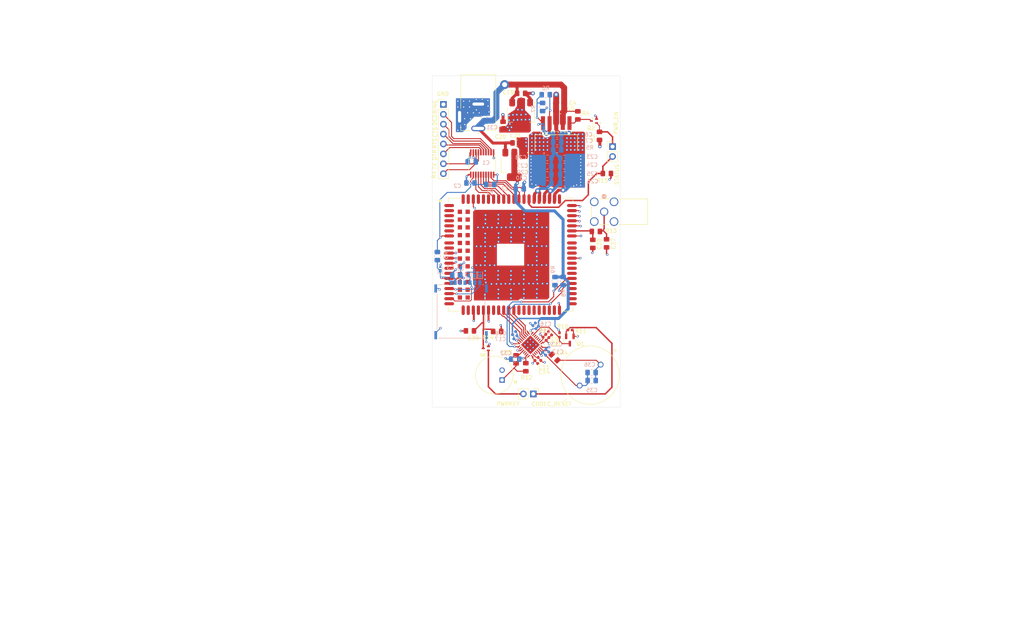
<source format=kicad_pcb>
(kicad_pcb (version 20240108) (generator "pcbnew") (generator_version "8.0")
  (layers (0 "F.Cu" signal) (1 "In1.Cu" signal) (2 "In2.Cu" signal) (31 "B.Cu" signal) (34 "B.Paste" user) (35 "F.Paste" user) (36 "B.SilkS" user "B.Silkscreen") (37 "F.SilkS" user "F.Silkscreen") (38 "B.Mask" user) (39 "F.Mask" user) (44 "Edge.Cuts" user))
  (net 0 "")
  (net 1 "RTS_ec")
  (net 24 "Net-(U1-PWRKEY)")
  (net 36 "+5V")
  (net 38 "ant_main")
  (net 41 "USIM_VDD")
  (net 46 "STATUS")
  (net 48 "USIM_RST")
  (net 51 "PCM_SYNC_ec")
  (net 55 "PCM_OUT_ec")
  (net 58 "USIM_CLK")
  (net 60 "DCD_ec")
  (net 61 "VBAT")
  (net 67 "VDD_EXT")
  (net 70 "TX_ec")
  (net 76 "RX_ec")
  (net 78 "DTR_ec")
  (net 79 "CTS_ec")
  (net 81 "GND")
  (net 82 "ring_ec")
  (net 83 "PCM_CLK_ec")
  (net 84 "USIM_DATA")
  (net 85 "PCM_IN_ec")
  (net 86 "+3.3V")
  (net 87 "RX_mcu")
  (net 88 "CTS_mcu")
  (net 89 "TX_mcu")
  (net 90 "ring_mcu")
  (net 91 "Net-(U2-OE)")
  (net 92 "DCD_mcu")
  (net 93 "RTS_mcu")
  (net 94 "USIM_PRESENCE")
  (net 95 "I2C_SCL_ec")
  (net 96 "I2C_SDA_ec")
  (net 97 "+1.8V")
  (net 101 "Net-(U4-MICBIAS)")
  (net 104 "MIC_BIAS")
  (net 107 "Net-(U4-MIC1RP{slash}LINE1RP)")
  (net 108 "Net-(C34-Pad2)")
  (net 110 "Net-(U4-HPROUT)")
  (net 113 "Net-(U4-HPRCOM)")
  (net 115 "Net-(AE1-A)")
  (net 116 "DTR_mcu")
  (net 117 "CODEC_RESET")
  (net 118 "Net-(Q1-D)")
  (net 119 "Net-(U3-EN)")
  (net 120 "Net-(U3-ADJ)")
  (net 121 "EC_PWR_EN")
  (net 122 "EC_PWRKEY")
  (footprint "Connector_PinHeader_2.54mm:PinHeader_1x08_P2.54mm_Vertical" (layer "F.Cu") (at 130.8 50.58)
    (property "Reference" "GND")
    (property "Value" "Conn_01x08")
  )
  (footprint "Capacitor_SMD:C_0805_2012Metric_Pad1.18x1.45mm_HandSolder" (layer "F.Cu") (at 170.86 58.6625 -90)
    (property "Reference" "R2")
    (property "Value" "10k" (hide yes))
  )
  (footprint "Capacitor_SMD:C_0402_1005Metric_Pad0.74x0.62mm_HandSolder" (layer "F.Cu") (at 158.17 109.32 135)
    (property "Reference" "C8" (hide yes))
    (property "Value" "10uf" (hide yes))
  )
  (footprint "Connector_PinHeader_2.54mm:PinHeader_1x02_P2.54mm_Vertical" (layer "F.Cu") (at 153.87 124.88 -90)
    (property "Reference" "J4" (hide yes))
    (property "Value" "Conn_01x02" (hide yes))
  )
  (footprint "Capacitor_SMD:C_0402_1005Metric_Pad0.74x0.62mm_HandSolder" (layer "F.Cu") (at 156.76 110.73 135)
    (property "Reference" "C10" (hide yes))
    (property "Value" "100nf" (hide yes))
  )
  (footprint "footprints:vreg" (layer "F.Cu") (at 159.75 63.3208 180)
    (property "Reference" "U3" (hide yes))
    (property "Value" "MIC29302WU")
  )
  (footprint "Capacitor_SMD:C_0805_2012Metric_Pad1.18x1.45mm_HandSolder" (layer "F.Cu") (at 172.76 68.31)
    (property "Reference" "R15")
    (property "Value" "10k")
  )
  (footprint "footprints:SOTFL50P160X85-3N" (layer "F.Cu") (at 169.44 54.85 180)
    (property "Reference" "Q2" (hide yes))
    (property "Value" "DTC043ZEBTL" (hide yes))
  )
  (footprint "Capacitor_SMD:C_0402_1005Metric_Pad0.74x0.62mm_HandSolder" (layer "F.Cu") (at 160.6 109.76 90)
    (property "Reference" "R10" (hide yes))
    (property "Value" "10k")
  )
  (footprint "Capacitor_SMD:C_0805_2012Metric_Pad1.18x1.45mm_HandSolder" (layer "F.Cu") (at 169.14 86.3725 -90)
    (property "Reference" "C38" (hide yes))
    (property "Value" "NM" (hide yes))
  )
  (footprint "footprints:new_codec" (layer "F.Cu") (at 153.125786 112.28 -45)
    (property "Reference" "U4" (hide yes))
    (property "Value" "TLV320AIC3104IRHBR" (hide yes))
  )
  (footprint "Capacitor_SMD:C_0805_2012Metric_Pad1.18x1.45mm_HandSolder" (layer "F.Cu") (at 144.6 108.85)
    (property "Reference" "R14")
    (property "Value" "10k")
  )
  (footprint "Package_TO_SOT_SMD:SOT-23" (layer "F.Cu") (at 163.25 111.0425 -90)
    (property "Reference" "Q1" (hide yes))
    (property "Value" "BSS138" (hide yes))
  )
  (footprint "Capacitor_SMD:C_0805_2012Metric_Pad1.18x1.45mm_HandSolder" (layer "F.Cu") (at 160.75 50.25 180)
    (property "Reference" "C5" (hide yes))
    (property "Value" "100nf" (hide yes))
  )
  (footprint "Capacitor_SMD:C_0805_2012Metric_Pad1.18x1.45mm_HandSolder" (layer "F.Cu") (at 149.45 115.9925 90)
    (property "Reference" "C33" (hide yes))
    (property "Value" "100nf")
  )
  (footprint "Capacitor_SMD:C_0402_1005Metric_Pad0.74x0.62mm_HandSolder" (layer "F.Cu") (at 157.46 110.02 135)
    (property "Reference" "C9" (hide yes))
    (property "Value" "1uf" (hide yes))
  )
  (footprint "footprints:SOTFL50P160X85-3N" (layer "F.Cu") (at 141.69 113.21 180)
    (property "Reference" "Q3")
    (property "Value" "DTC043ZEBTL")
  )
  (footprint "footprints:MIC_CMA-4544PF-W" (layer "F.Cu") (at 143.86 120.05)
    (property "Reference" "MK1" (hide yes))
    (property "Value" "CMA-4544PF-W")
  )
  (footprint "Capacitor_SMD:C_0402_1005Metric_Pad0.74x0.62mm_HandSolder" (layer "F.Cu") (at 154.69 115.89 -135)
    (property "Reference" "C14" (hide yes))
    (property "Value" "1uf")
  )
  (footprint "footprints:uart_translator" (layer "F.Cu") (at 140.75 65.75 90)
    (property "Reference" "U2" (hide yes))
    (property "Value" "TXS0108EPWR" (hide yes))
  )
  (footprint "footprints:barrel jack" (layer "F.Cu") (at 139.75 50.5 180)
    (property "Reference" "J3" (hide yes))
    (property "Value" "54-00166" (hide yes))
  )
  (footprint "Connector_PinHeader_2.54mm:PinHeader_1x02_P2.54mm_Vertical" (layer "F.Cu") (at 174.21 61.42)
    (property "Reference" "J6" (hide yes))
    (property "Value" "Conn_01x02")
  )
  (footprint "footprints:modem" (layer "F.Cu") (at 148.03 89.14)
    (property "Reference" "U1" (hide yes))
    (property "Value" "EC25AFA-512-STD" (hide yes))
  )
  (footprint "Capacitor_SMD:C_0805_2012Metric_Pad1.18x1.45mm_HandSolder" (layer "F.Cu") (at 150.75 47.75)
    (property "Reference" "C19" (hide yes))
    (property "Value" "1uf")
  )
  (footprint "Capacitor_SMD:C_0402_1005Metric_Pad0.74x0.62mm_HandSolder" (layer "F.Cu") (at 155.4 116.69 -135)
    (property "Reference" "C11" (hide yes))
    (property "Value" "100nf")
  )
  (footprint "Capacitor_SMD:C_0805_2012Metric_Pad1.18x1.45mm_HandSolder" (layer "F.Cu") (at 149.58 60.46)
    (property "Reference" "C21" (hide yes))
    (property "Value" "1uf")
  )
  (footprint "Capacitor_SMD:C_0805_2012Metric_Pad1.18x1.45mm_HandSolder" (layer "F.Cu") (at 165.3 53.4 90)
    (property "Reference" "R4" (hide yes))
    (property "Value" "51k" (hide yes))
  )
  (footprint "Capacitor_SMD:C_0805_2012Metric_Pad1.18x1.45mm_HandSolder" (layer "F.Cu") (at 137.61 108.7 180)
    (property "Reference" "C39")
    (property "Value" "100nf")
  )
  (footprint "Capacitor_SMD:C_0402_1005Metric_Pad0.74x0.62mm_HandSolder" (layer "F.Cu") (at 163.29 108.48)
    (property "Reference" "R11" (hide yes))
    (property "Value" "10k")
  )
  (footprint "Capacitor_SMD:C_0805_2012Metric_Pad1.18x1.45mm_HandSolder" (layer "F.Cu") (at 151.95 118.02 -90)
    (property "Reference" "R12" (hide yes))
    (property "Value" "2.2k")
  )
  (footprint "footprints:CONN1_2016504-1_TEC" (layer "F.Cu") (at 172.05 78.12 90)
    (property "Reference" "J1")
    (property "Value" "2016504-1" (hide yes))
  )
  (footprint "Capacitor_SMD:C_0805_2012Metric_Pad1.18x1.45mm_HandSolder" (layer "F.Cu") (at 160.7875 52.25 180)
    (property "Reference" "C4" (hide yes))
    (property "Value" "470uf" (hide yes))
  )
  (footprint "Capacitor_SMD:C_0805_2012Metric_Pad1.18x1.45mm_HandSolder" (layer "F.Cu") (at 159.32 115.52 -45)
    (property "Reference" "C34" (hide yes))
    (property "Value" "22uf" (hide yes))
  )
  (footprint "Package_TO_SOT_SMD:SOT-223-3_TabPin2" (layer "F.Cu") (at 150.75 53.25 -90)
    (property "Reference" "U6" (hide yes))
    (property "Value" "AMS1117-1.5")
  )
  (footprint "Capacitor_SMD:C_0805_2012Metric_Pad1.18x1.45mm_HandSolder" (layer "F.Cu") (at 169.9275 83.19)
    (property "Reference" "R13" (hide yes))
    (property "Value" "0R")
  )
  (footprint "footprints:SPKR_AST-01532MR-R" (layer "F.Cu") (at 168.457006 120.052994 -135)
    (property "Reference" "LS1" (hide yes))
    (property "Value" "AST-01532MR-R" (hide yes))
  )
  (footprint "Package_TO_SOT_SMD:SOT-223-3_TabPin2" (layer "F.Cu") (at 149 66.1 -90)
    (property "Reference" "U5" (hide yes))
    (property "Value" "AMS1117-1.5")
  )
  (footprint "Capacitor_SMD:C_0805_2012Metric_Pad1.18x1.45mm_HandSolder" (layer "F.Cu") (at 172.67 86.23 -90)
    (property "Reference" "C37" (hide yes))
    (property "Value" "NM")
  )
  (footprint "Capacitor_SMD:C_0805_2012Metric_Pad1.18x1.45mm_HandSolder" (layer "F.Cu") (at 146.11 56.07 90)
    (property "Reference" "C20" (hide yes))
    (property "Value" "1uf" (hide yes))
  )
  (footprint "Capacitor_SMD:C_0805_2012Metric_Pad1.18x1.45mm_HandSolder" (layer "B.Cu") (at 168.8375 119.39 180)
    (property "Reference" "C36" (hide yes))
    (property "Value" "33pf")
  )
  (footprint "Capacitor_SMD:C_0402_1005Metric_Pad0.74x0.62mm_HandSolder" (layer "B.Cu") (at 148.92 109.25 45)
    (property "Reference" "C18" (hide yes))
    (property "Value" "1uf")
  )
  (footprint "Capacitor_SMD:C_0805_2012Metric_Pad1.18x1.45mm_HandSolder" (layer "B.Cu") (at 142.81 71.12 180)
    (property "Reference" "R1" (hide yes))
    (property "Value" "10k")
  )
  (footprint "Capacitor_SMD:C_0805_2012Metric_Pad1.18x1.45mm_HandSolder" (layer "B.Cu") (at 159.44 95.92 -90)
    (property "Reference" "R9")
    (property "Value" "4.7k")
  )
  (footprint "Capacitor_SMD:C_0805_2012Metric_Pad1.18x1.45mm_HandSolder" (layer "B.Cu") (at 149.23 115.96 180)
    (property "Reference" "C32" (hide yes))
    (property "Value" "2.2uf")
  )
  (footprint "Capacitor_SMD:C_0805_2012Metric_Pad1.18x1.45mm_HandSolder" (layer "B.Cu") (at 134.08 94.44 180)
    (property "Reference" "C3" (hide yes))
    (property "Value" "100nf" (hide yes))
  )
  (footprint "Capacitor_SMD:C_0805_2012Metric_Pad1.18x1.45mm_HandSolder" (layer "B.Cu") (at 150.38 72.25)
    (property "Reference" "C22" (hide yes))
    (property "Value" "1uf" (hide yes))
  )
  (footprint "Capacitor_SMD:C_0805_2012Metric_Pad1.18x1.45mm_HandSolder" (layer "B.Cu") (at 159.9875 62.25 180)
    (property "Reference" "R5" (hide yes))
    (property "Value" "330")
  )
  (footprint "Capacitor_SMD:C_0805_2012Metric_Pad1.18x1.45mm_HandSolder" (layer "B.Cu") (at 157.07 48.09 180)
    (property "Reference" "R6" (hide yes))
    (property "Value" "100k")
  )
  (footprint "Capacitor_SMD:C_0805_2012Metric_Pad1.18x1.45mm_HandSolder" (layer "B.Cu") (at 161.52 95.9 -90)
    (property "Reference" "R8")
    (property "Value" "4.7k")
  )
  (footprint "Capacitor_SMD:C_0805_2012Metric_Pad1.18x1.45mm_HandSolder" (layer "B.Cu") (at 157.463 64.32 180)
    (property "Reference" "C28" (hide yes))
    (property "Value" "100uf")
  )
  (footprint "Capacitor_SMD:C_0805_2012Metric_Pad1.18x1.45mm_HandSolder" (layer "B.Cu") (at 141.25 53.75 90)
    (property "Reference" "C31" (hide yes))
    (property "Value" "1uf" (hide yes))
  )
  (footprint "Capacitor_SMD:C_0805_2012Metric_Pad1.18x1.45mm_HandSolder" (layer "B.Cu") (at 138.07 65.33 180)
    (property "Reference" "C1" (hide yes))
    (property "Value" "100nf")
  )
  (footprint "Diode_SMD:Nexperia_DSN1608-2_1.6x0.8mm" (layer "B.Cu") (at 140.25 94.25 90)
    (property "Reference" "D3" (hide yes))
    (property "Value" "PTVS12VZ1USK" (hide yes))
  )
  (footprint "Capacitor_SMD:C_0402_1005Metric_Pad0.74x0.62mm_HandSolder" (layer "B.Cu") (at 154.82 107.08 135)
    (property "Reference" "C16" (hide yes))
    (property "Value" "1uf")
  )
  (footprint "Capacitor_SMD:C_0805_2012Metric_Pad1.18x1.45mm_HandSolder" (layer "B.Cu") (at 161.7705 66.44)
    (property "Reference" "C24" (hide yes))
    (property "Value" "100nf" (hide yes))
  )
  (footprint "Diode_SMD:Nexperia_DSN1608-2_1.6x0.8mm" (layer "B.Cu") (at 156.5 56.215 90)
    (property "Reference" "D6" (hide yes))
    (property "Value" "PTVS12VZ1USK" (hide yes))
  )
  (footprint "Capacitor_SMD:C_0805_2012Metric_Pad1.18x1.45mm_HandSolder" (layer "B.Cu") (at 157.493 70.86 180)
    (property "Reference" "C30" (hide yes))
    (property "Value" "10pf" (hide yes))
  )
  (footprint "Capacitor_SMD:C_0805_2012Metric_Pad1.18x1.45mm_HandSolder" (layer "B.Cu") (at 137.75 70.75 180)
    (property "Reference" "C2" (hide yes))
    (property "Value" "100nf")
  )
  (footprint "Diode_SMD:Nexperia_DSN1608-2_1.6x0.8mm" (layer "B.Cu") (at 138.75 94.25 90)
    (property "Reference" "D5" (hide yes))
    (property "Value" "PTVS12VZ1USK" (hide yes))
  )
  (footprint "Capacitor_SMD:C_0402_1005Metric_Pad0.74x0.62mm_HandSolder" (layer "B.Cu") (at 149.26 110.33 45)
    (property "Reference" "C17" (hide yes))
    (property "Value" "100nf")
  )
  (footprint "Capacitor_SMD:C_0805_2012Metric_Pad1.18x1.45mm_HandSolder" (layer "B.Cu") (at 168.85 121.44 180)
    (property "Reference" "C35" (hide yes))
    (property "Value" "10pf")
  )
  (footprint "Capacitor_SMD:C_0402_1005Metric_Pad0.74x0.62mm_HandSolder" (layer "B.Cu") (at 156.69 113.79 -135)
    (property "Reference" "C13" (hide yes))
    (property "Value" "100nf")
  )
  (footprint "Capacitor_SMD:C_0805_2012Metric_Pad1.18x1.45mm_HandSolder" (layer "B.Cu") (at 161.8005 68.58)
    (property "Reference" "C25" (hide yes))
    (property "Value" "33pf")
  )
  (footprint "Diode_SMD:Nexperia_DSN1608-2_1.6x0.8mm" (layer "B.Cu") (at 130 93 90)
    (property "Reference" "D4" (hide yes))
    (property "Value" "PTVS12VZ1USK" (hide yes))
  )
  (footprint "Capacitor_SMD:C_0805_2012Metric_Pad1.18x1.45mm_HandSolder" (layer "B.Cu") (at 157.473 66.45 180)
    (property "Reference" "C27" (hide yes))
    (property "Value" "100nf")
  )
  (footprint "Capacitor_SMD:C_0402_1005Metric_Pad0.74x0.62mm_HandSolder" (layer "B.Cu") (at 154.14 107.76 135)
    (property "Reference" "C15" (hide yes))
    (property "Value" "100nf" (hide yes))
  )
  (footprint "Capacitor_SMD:C_0805_2012Metric_Pad1.18x1.45mm_HandSolder" (layer "B.Cu") (at 156.25 51.25 -90)
    (property "Reference" "R7" (hide yes))
    (property "Value" "47k")
  )
  (footprint "Capacitor_SMD:C_0805_2012Metric_Pad1.18x1.45mm_HandSolder" (layer "B.Cu") (at 161.778 70.8)
    (property "Reference" "C26" (hide yes))
    (property "Value" "10pf")
  )
  (footprint "Capacitor_SMD:C_0402_1005Metric_Pad0.74x0.62mm_HandSolder" (layer "B.Cu") (at 157.44 114.53 -135)
    (property "Reference" "C12" (hide yes))
    (property "Value" "1uf")
  )
  (footprint "Diode_SMD:Nexperia_DSN1608-2_1.6x0.8mm" (layer "B.Cu") (at 135.233 92.188 90)
    (property "Reference" "D1" (hide yes))
    (property "Value" "PTVS12VZ1USK" (hide yes))
  )
  (footprint "Capacitor_SMD:C_0805_2012Metric_Pad1.18x1.45mm_HandSolder" (layer "B.Cu") (at 161.8305 64.35)
    (property "Reference" "C23" (hide yes))
    (property "Value" "100uf")
  )
  (footprint "footprints:new_sim" (layer "B.Cu") (at 135.33 103.7025 180)
    (property "Reference" "J2" (hide yes))
    (property "Value" "NSIM-7-A" (hide yes))
  )
  (footprint "Capacitor_SMD:C_0805_2012Metric_Pad1.18x1.45mm_HandSolder" (layer "B.Cu") (at 157.4805 68.59 180)
    (property "Reference" "C29" (hide yes))
    (property "Value" "33pf")
  )
  (footprint "Diode_SMD:Nexperia_DSN1608-2_1.6x0.8mm" (layer "B.Cu") (at 137.25 94.215 90)
    (property "Reference" "D2" (hide yes))
    (property "Value" "PTVS12VZ1USK" (hide yes))
  )
  (footprint "Capacitor_SMD:C_0805_2012Metric_Pad1.18x1.45mm_HandSolder" (layer "B.Cu") (at 129.25 89.5 90)
    (property "Reference" "R3" (hide yes))
    (property "Value" "51k")
  )
  (footprint "Capacitor_SMD:C_0805_2012Metric_Pad1.18x1.45mm_HandSolder" (layer "B.Cu") (at 160 60.25)
    (property "Reference" "C7" (hide yes))
    (property "Value" "100nf")
  )
  (footprint "Capacitor_SMD:C_0805_2012Metric_Pad1.18x1.45mm_HandSolder" (layer "B.Cu") (at 160 58.25)
    (property "Reference" "C6" (hide yes))
    (property "Value" "470uf")
  )
  (gr_arc (start 172.05 82.28) (mid 171.781047 82.929311) (end 171.131736 83.198264) (stroke (width 0.35)) (layer "F.Cu") (net 115))
  (gr_line (start 172.05 78.12) (end 172.05 82.28) (stroke (width 0.35)) (layer "F.Cu") (net 115))
  (gr_rect (start 127.905 43.25) (end 176.212 128.3) (stroke (width 0.05)) (fill none) (layer "Edge.Cuts"))
  (gr_text "C35" (at 168.91 123.93 0) (layer "B.SilkS") (effects (font (size 1 1)) (justify mirror)))
  (gr_text "+   -" (at 157.1905 63.54 -0) (layer "B.SilkS") (effects (font (size 0.8 0.8) (thickness 0.1)) (justify left bottom mirror)))
  (gr_text "C18" (at 145.51 109.34 0) (layer "B.SilkS") (effects (font (size 1 1)) (justify mirror)))
  (gr_text "C15" (at 156.8 108.72 0) (layer "B.SilkS") (effects (font (size 1 1)) (justify mirror)))
  (gr_text "C30" (at 150.82 69.48 0) (layer "B.SilkS") (effects (font (size 1 1)) (justify mirror)))
  (gr_text "C22" (at 147.13 72.17 0) (layer "B.SilkS") (effects (font (size 1 1)) (justify mirror)))
  (gr_text "C6" (at 168.07 58.32 0) (layer "B.SilkS") (effects (font (size 1 1)) (justify mirror)))
  (gr_text "C32" (at 146.82 114.44 0) (layer "B.SilkS") (effects (font (size 1 1)) (justify mirror)))
  (gr_text "C13" (at 159.84 112.19 0) (layer "B.SilkS") (effects (font (size 1 1)) (justify mirror)))
  (gr_text "C28" (at 150.71 64.2 0) (layer "B.SilkS") (effects (font (size 1 1)) (justify mirror)))
  (gr_text "C3" (at 132.63 92.44 0) (layer "B.SilkS") (effects (font (size 1 1)) (justify mirror)))
  (gr_text "R6" (at 157.09 46.43 0) (layer "B.SilkS") (effects (font (size 1 1)) (justify mirror)))
  (gr_text "C16" (at 157.07 106.93 0) (layer "B.SilkS") (effects (font (size 1 1)) (justify mirror)))
  (gr_text "C24" (at 168.93 66.09 0) (layer "B.SilkS") (effects (font (size 1 1)) (justify mirror)))
  (gr_text "C2" (at 134.37 71.51 0) (layer "B.SilkS") (effects (font (size 1 1)) (justify mirror)))
  (gr_text "R1" (at 142.67 72.99 0) (layer "B.SilkS") (effects (font (size 1 1)) (justify mirror)))
  (gr_text "C12" (at 160.18 114.06 0) (layer "B.SilkS") (effects (font (size 1 1)) (justify mirror)))
  (gr_text "R3" (at 131.44 89.31 90) (layer "B.SilkS") (effects (font (size 1 1)) (justify mirror)))
  (gr_text "C26" (at 169.09 70.32 0) (layer "B.SilkS") (effects (font (size 1 1)) (justify mirror)))
  (gr_text "C29" (at 151.15 68.01 0) (layer "B.SilkS") (effects (font (size 1 1)) (justify mirror)))
  (gr_text "R7" (at 153.93 51.67 90) (layer "B.SilkS") (effects (font (size 1 1)) (justify mirror)))
  (gr_text "C23" (at 168.97 64.02 0) (layer "B.SilkS") (effects (font (size 1 1)) (justify mirror)))
  (gr_text "C7" (at 168.18 59.94 0) (layer "B.SilkS") (effects (font (size 1 1)) (justify mirror)))
  (gr_text "C17" (at 145.44 110.8 0) (layer "B.SilkS") (effects (font (size 1 1)) (justify mirror)))
  (gr_text "C36" (at 168.34 117.35 0) (layer "B.SilkS") (effects (font (size 1 1)) (justify mirror)))
  (gr_text "C31" (at 143.26 56.48 0) (layer "B.SilkS") (effects (font (size 1 1)) (justify mirror)))
  (gr_text "C27" (at 151.06 66.34 0) (layer "B.SilkS") (effects (font (size 1 1)) (justify mirror)))
  (gr_text "C25" (at 169.02 68.39 0) (layer "B.SilkS") (effects (font (size 1 1)) (justify mirror)))
  (gr_text "R5" (at 168.35 61.64 0) (layer "B.SilkS") (effects (font (size 1 1)) (justify mirror)))
  (gr_text "C1" (at 141.71 65.54 0) (layer "B.SilkS") (effects (font (size 1 1)) (justify mirror)))
  (gr_text "CTS" (at 128.7 57.72 90) (layer "F.SilkS") (effects (font (size 1 1))))
  (gr_text "DTR" (at 128.58 63.58 90) (layer "F.SilkS") (effects (font (size 1 1))))
  (gr_text "C37" (at 174.45 86.35 90) (layer "F.SilkS") (effects (font (size 1 1))))
  (gr_text "STATUS" (at 175.34 68.56 90) (layer "F.SilkS") (effects (font (size 1 1))))
  (gr_text "C14" (at 156.68 119.25 0) (layer "F.SilkS") (effects (font (size 1 1))))
  (gr_text "C9" (at 159.42 110.84 0) (layer "F.SilkS") (effects (font (size 1 1))))
  (gr_text "C33" (at 147.05 114.23 0) (layer "F.SilkS") (effects (font (size 1 1))))
  (gr_text "R4" (at 167.35 52.84 0) (layer "F.SilkS") (effects (font (size 1 1))))
  (gr_text "TX" (at 128.56 66.43 90) (layer "F.SilkS") (effects (font (size 1 1))))
  (gr_text "C4" (at 164 50.22 0) (layer "F.SilkS") (effects (font (size 1 1))))
  (gr_text "R13" (at 175.42 83.01 0) (layer "F.SilkS") (effects (font (size 1 1)) (justify right)))
  (gr_text "C34" (at 161.29 114.37 0) (layer "F.SilkS") (effects (font (size 1 1))))
  (gr_text "RING" (at 128.65 51.22 90) (layer "F.SilkS") (effects (font (size 1 1))))
  (gr_text "Q1" (at 165.99 112.03 0) (layer "F.SilkS") (effects (font (size 1 1))))
  (gr_text "C8" (at 156.3 108.54 0) (layer "F.SilkS") (effects (font (size 1 1))))
  (gr_text "C5" (at 163.527395 51.588132 0) (layer "F.SilkS") (effects (font (size 1 1))))
  (gr_text "CODEC_RESET" (at 158.56 127.45 0) (layer "F.SilkS") (effects (font (size 1 1))))
  (gr_text "C11" (at 156.64 118.05 0) (layer "F.SilkS") (effects (font (size 1 1))))
  (gr_text "R11" (at 166.1 108.75 0) (layer "F.SilkS") (effects (font (size 1 1))))
  (gr_text "DCD" (at 128.58 54.55 90) (layer "F.SilkS") (effects (font (size 1 1))))
  (gr_text "C19" (at 147.47 47.5 0) (layer "F.SilkS") (effects (font (size 1 1))))
  (gr_text "PWRKEY" (at 147.4 127.42 0) (layer "F.SilkS") (effects (font (size 1 1))))
  (gr_text "C20" (at 145.47 58.9 0) (layer "F.SilkS") (effects (font (size 1 1))))
  (gr_text "PWR_EN" (at 175.1 55.36 90) (layer "F.SilkS") (effects (font (size 1 1))))
  (gr_text "C38" (at 170.79 86.41 90) (layer "F.SilkS") (effects (font (size 1 1))))
  (gr_text "RX" (at 128.41 68.61 90) (layer "F.SilkS") (effects (font (size 1 1))))
  (gr_text "C10" (at 159.35 112.01 0) (layer "F.SilkS") (effects (font (size 1 1))))
  (gr_text "R12" (at 152.18 120.7 0) (layer "F.SilkS") (effects (font (size 1 1))))
  (gr_text "C21" (at 149.34 58.61 0) (layer "F.SilkS") (effects (font (size 1 1))))
  (gr_text "RTS" (at 128.65 60.56 90) (layer "F.SilkS") (effects (font (size 1 1))))
  (gr_text "R10" (at 161.43 107.58 0) (layer "F.SilkS") (effects (font (size 1 1))))
  (gr_text "Q2" (at 168.7 56.64 0) (layer "F.SilkS") (effects (font (size 1 1))))
  (segment (start 141.72 71.52) (end 141.075 70.875) (width 0.254) (layer "F.Cu") (net 1))
  (segment (start 144.8 71.52) (end 141.72 71.52) (width 0.254) (layer "F.Cu") (net 1))
  (segment (start 147.58 74.3) (end 144.8 71.52) (width 0.254) (layer "F.Cu") (net 1))
  (segment (start 147.58 75.15) (end 147.58 74.3) (width 0.254) (layer "F.Cu") (net 1))
  (segment (start 141.075 70.875) (end 141.075 68.62) (width 0.254) (layer "F.Cu") (net 1))
  (segment (start 142.9925 108.28) (end 141.0925 108.28) (width 0.35) (layer "F.Cu") (net 24))
  (segment (start 141.03 113.21) (end 141.0325 113.2075) (width 0.381) (layer "F.Cu") (net 24))
  (segment (start 141.08 106.67) (end 140.6775 106.67) (width 0.35) (layer "F.Cu") (net 24))
  (segment (start 141.0925 108.28) (end 141.08 108.2675) (width 0.35) (layer "F.Cu") (net 24))
  (segment (start 141.0325 108.315) (end 141.08 108.2675) (width 0.381) (layer "F.Cu") (net 24))
  (segment (start 141.0325 113.2075) (end 141.0325 108.315) (width 0.381) (layer "F.Cu") (net 24))
  (segment (start 141.08 106.67) (end 141.08 103.39) (width 0.35) (layer "F.Cu") (net 24))
  (segment (start 143.5625 108.85) (end 142.9925 108.28) (width 0.35) (layer "F.Cu") (net 24))
  (segment (start 140.6775 106.67) (end 138.6475 108.7) (width 0.35) (layer "F.Cu") (net 24))
  (segment (start 141.08 108.2675) (end 141.08 106.67) (width 0.35) (layer "F.Cu") (net 24))
  (segment (start 149 45.5) (end 149.7125 46.2125) (width 0.762) (layer "F.Cu") (net 36))
  (segment (start 148.45 49.0125) (end 149.7125 47.75) (width 0.762) (layer "F.Cu") (net 36))
  (segment (start 161.4518 52.6232) (end 161.4518 55.3706) (width 1.524) (layer "F.Cu") (net 36))
  (segment (start 162.4825 51.5925) (end 161.825 52.25) (width 0.254) (layer "F.Cu") (net 36))
  (segment (start 146.5 45.5) (end 148.25 45.5) (width 1.524) (layer "F.Cu") (net 36))
  (segment (start 148.25 45.5) (end 149 45.5) (width 0.762) (layer "F.Cu") (net 36))
  (segment (start 148.25 45.5) (end 160.9625 45.5) (width 1.524) (layer "F.Cu") (net 36))
  (segment (start 161.7875 50.25) (end 161.7875 52.2125) (width 1.524) (layer "F.Cu") (net 36))
  (segment (start 146.7525 60.46) (end 148.5425 60.46) (width 0.762) (layer "F.Cu") (net 36))
  (segment (start 161.9375 52.3625) (end 161.825 52.25) (width 0.254) (layer "F.Cu") (net 36))
  (segment (start 143.5 60.5) (end 139.75 56.75) (width 0.762) (layer "F.Cu") (net 36))
  (segment (start 149.7125 46.2125) (end 149.7125 47.75) (width 0.762) (layer "F.Cu") (net 36))
  (segment (start 146.7125 60.5) (end 146.7125 62.9375) (width 0.762) (layer "F.Cu") (net 36))
  (segment (start 146.7125 62.9375) (end 146.7 62.95) (width 0.762) (layer "F.Cu") (net 36))
  (segment (start 146.7125 60.5) (end 143.5 60.5) (width 0.762) (layer "F.Cu") (net 36))
  (segment (start 148.45 50.1) (end 148.45 49.0125) (width 0.762) (layer "F.Cu") (net 36))
  (segment (start 160.9625 45.5) (end 161.7875 46.325) (width 1.524) (layer "F.Cu") (net 36))
  (segment (start 165.3 52.3625) (end 161.9375 52.3625) (width 0.254) (layer "F.Cu") (net 36))
  (segment (start 161.825 52.25) (end 161.4518 52.6232) (width 1.524) (layer "F.Cu") (net 36))
  (segment (start 146.7125 60.5) (end 146.7525 60.46) (width 0.762) (layer "F.Cu") (net 36))
  (segment (start 161.7875 46.325) (end 161.7875 50.25) (width 1.524) (layer "F.Cu") (net 36))
  (segment (start 161.7875 52.2125) (end 161.825 52.25) (width 1.524) (layer "F.Cu") (net 36))
  (via (at 146.5 45.5) (size 2.286) (drill 1.27) (layers "F.Cu" "B.Cu") (net 36))
  (segment (start 139.75 56.75) (end 139.75 56.2875) (width 1.524) (layer "B.Cu") (net 36))
  (segment (start 142.0125 54.75) (end 141.975 54.7875) (width 1.524) (layer "B.Cu") (net 36))
  (segment (start 144.4 47.6) (end 144.4 53.85) (width 1.524) (layer "B.Cu") (net 36))
  (segment (start 146.5 45.5) (end 144.4 47.6) (width 1.524) (layer "B.Cu") (net 36))
  (segment (start 141.975 54.7875) (end 141.25 54.7875) (width 1.524) (layer "B.Cu") (net 36))
  (segment (start 144.4 53.85) (end 143.5 54.75) (width 1.524) (layer "B.Cu") (net 36))
  (segment (start 139.75 56.2875) (end 141.25 54.7875) (width 1.524) (layer "B.Cu") (net 36))
  (segment (start 143.5 54.75) (end 142.0125 54.75) (width 1.524) (layer "B.Cu") (net 36))
  (segment (start 169.14 85.335) (end 169.14 83.44) (width 0.35) (layer "F.Cu") (net 38))
  (segment (start 168.74 83.04) (end 168.89 83.19) (width 0.35) (layer "F.Cu") (net 38))
  (segment (start 163.78 83.04) (end 168.74 83.04) (width 0.35) (layer "F.Cu") (net 38))
  (segment (start 169.14 83.44) (end 168.89 83.19) (width 0.35) (layer "F.Cu") (net 38))
  (segment (start 136 95.15) (end 134.36 95.15) (width 0.381) (layer "F.Cu") (net 41))
  (segment (start 132.97 96.54) (end 132.28 96.54) (width 0.381) (layer "F.Cu") (net 41))
  (segment (start 134.36 95.15) (end 132.97 96.54) (width 0.381) (layer "F.Cu") (net 41))
  (via (at 136 95.15) (size 0.6) (drill 0.3) (layers "F.Cu" "B.Cu") (net 41))
  (segment (start 135.233 94.3245) (end 135.1175 94.44) (width 0.254) (layer "B.Cu") (net 41))
  (segment (start 135.1175 94.44) (end 135.1175 96.295) (width 0.381) (layer "B.Cu") (net 41))
  (segment (start 136 95.15) (end 135.29 94.44) (width 0.381) (layer "B.Cu") (net 41))
  (segment (start 135.1175 96.295) (end 135.08 96.3325) (width 0.381) (layer "B.Cu") (net 41))
  (segment (start 135.233 92.473) (end 135.233 94.3245) (width 0.254) (layer "B.Cu") (net 41))
  (segment (start 135.29 94.44) (end 135.1175 94.44) (width 0.381) (layer "B.Cu") (net 41))
  (segment (start 174.21 63.96) (end 171.7225 66.4475) (width 0.381) (layer "F.Cu") (net 46))
  (segment (start 171.7225 66.4475) (end 171.7225 68.31) (width 0.381) (layer "F.Cu") (net 46))
  (segment (start 152.78 74.89) (end 152.78 76.24) (width 0.381) (layer "F.Cu") (net 46))
  (segment (start 168 73.76) (end 168 70.46) (width 0.381) (layer "F.Cu") (net 46))
  (segment (start 166.51 75.25) (end 168 73.76) (width 0.381) (layer "F.Cu") (net 46))
  (segment (start 160.354698 76.98) (end 162.084698 75.25) (width 0.381) (layer "F.Cu") (net 46))
  (segment (start 168 70.46) (end 170.15 68.31) (width 0.381) (layer "F.Cu") (net 46))
  (segment (start 162.084698 75.25) (end 166.51 75.25) (width 0.381) (layer "F.Cu") (net 46))
  (segment (start 170.15 68.31) (end 171.7225 68.31) (width 0.381) (layer "F.Cu") (net 46))
  (segment (start 153.52 76.98) (end 160.354698 76.98) (width 0.381) (layer "F.Cu") (net 46))
  (segment (start 152.78 76.24) (end 153.52 76.98) (width 0.381) (layer "F.Cu") (net 46))
  (segment (start 133.73 101.04) (end 137.684 101.04) (width 0.2) (layer "F.Cu") (net 48))
  (segment (start 133.13 100.44) (end 133.73 101.04) (width 0.2) (layer "F.Cu") (net 48))
  (segment (start 137.684 101.04) (end 138.02 100.704) (width 0.2) (layer "F.Cu") (net 48))
  (segment (start 132.28 100.44) (end 133.13 100.44) (width 0.2) (layer "F.Cu") (net 48))
  (segment (start 138.02 100.704) (end 138.02 97.52) (width 0.2) (layer "F.Cu") (net 48))
  (via (at 138.02 97.52) (size 0.6) (drill 0.3) (layers "F.Cu" "B.Cu") (net 48))
  (segment (start 137.62 94.87) (end 137.62 96.3325) (width 0.254) (layer "B.Cu") (net 48))
  (segment (start 138.02 97.52) (end 138.02 96.7325) (width 0.2) (layer "B.Cu") (net 48))
  (segment (start 138.02 96.7325) (end 137.62 96.3325) (width 0.2) (layer "B.Cu") (net 48))
  (segment (start 137.25 94.5) (end 137.62 94.87) (width 0.254) (layer "B.Cu") (net 48))
  (segment (start 151.35633 109.449884) (end 151.35633 107.80633) (width 0.254) (layer "F.Cu") (net 51))
  (segment (start 147.58 104.03) (end 147.58 103.39) (width 0.254) (layer "F.Cu") (net 51))
  (segment (start 151.35633 107.80633) (end 147.58 104.03) (width 0.254) (layer "F.Cu") (net 51))
  (segment (start 151.934311 110.027865) (end 151.35633 109.449884) (width 0.254) (layer "F.Cu") (net 51))
  (segment (start 146.28 103.968133) (end 146.28 103.39) (width 0.254) (layer "F.Cu") (net 55))
  (segment (start 150.90233 109.70299) (end 150.90233 108.41233) (width 0.254) (layer "F.Cu") (net 55))
  (segment (start 147.77 105.28) (end 147.591867 105.28) (width 0.254) (layer "F.Cu") (net 55))
  (segment (start 151.580758 110.381418) (end 150.90233 109.70299) (width 0.254) (layer "F.Cu") (net 55))
  (segment (start 147.591867 105.28) (end 146.28 103.968133) (width 0.254) (layer "F.Cu") (net 55))
  (segment (start 150.90233 108.41233) (end 147.77 105.28) (width 0.254) (layer "F.Cu") (net 55))
  (segment (start 134.168877 99.198587) (end 134.11029 99.14) (width 0.2) (layer "F.Cu") (net 58))
  (segment (start 134.11029 99.14) (end 132.28 99.14) (width 0.2) (layer "F.Cu") (net 58))
  (via (at 134.168877 99.198587) (size 0.6) (drill 0.3) (layers "F.Cu" "B.Cu") (net 58))
  (segment (start 140.2 96.3725) (end 140.16 96.3325) (width 0.2) (layer "B.Cu") (net 58))
  (segment (start 140.2 97.118529) (end 140.2 96.3725) (width 0.2) (layer "B.Cu") (net 58))
  (segment (start 134.168877 99.198587) (end 134.17029 99.2) (width 0.2) (layer "B.Cu") (net 58))
  (segment (start 140.16 94.625) (end 140.25 94.535) (width 0.2) (layer "B.Cu") (net 58))
  (segment (start 140.16 96.3325) (end 140.16 94.625) (width 0.2) (layer "B.Cu") (net 58))
  (segment (start 134.17029 99.2) (end 138.118529 99.2) (width 0.2) (layer "B.Cu") (net 58))
  (segment (start 138.118529 99.2) (end 140.2 97.118529) (width 0.2) (layer "B.Cu") (net 58))
  (segment (start 142.375 70.477) (end 142.51 70.612) (width 0.254) (layer "F.Cu") (net 60))
  (segment (start 146.643122 70.612) (end 148.405122 72.374) (width 0.254) (layer "F.Cu") (net 60))
  (segment (start 148.405122 72.374) (end 149.474 72.374) (width 0.254) (layer "F.Cu") (net 60))
  (segment (start 149.474 72.374) (end 150.31 73.21) (width 0.254) (layer "F.Cu") (net 60))
  (segment (start 142.375 68.62) (end 142.375 70.477) (width 0.254) (layer "F.Cu") (net 60))
  (segment (start 142.51 70.612) (end 146.643122 70.612) (width 0.254) (layer "F.Cu") (net 60))
  (segment (start 150.31 73.21) (end 150.31 75.28) (width 0.254) (layer "F.Cu") (net 60))
  (segment (start 157.5 72.75) (end 156.81 73.44) (width 0.762) (layer "F.Cu") (net 61))
  (segment (start 158.25 72.75) (end 157.5 72.75) (width 0.762) (layer "F.Cu") (net 61))
  (segment (start 158.06 75.23) (end 158.11 75.28) (width 0.508) (layer "F.Cu") (net 61))
  (segment (start 158.0482 52.3418) (end 158.0482 55.3706) (width 0.254) (layer "F.Cu") (net 61))
  (segment (start 156.81 73.44) (end 156.81 75.28) (width 0.762) (layer "F.Cu") (net 61))
  (segment (start 158.11 72.89) (end 158.11 75.28) (width 0.762) (layer "F.Cu") (net 61))
  (segment (start 158.24 52.15) (end 158.0482 52.3418) (width 0.254) (layer "F.Cu") (net 61))
  (segment (start 155.51 75.28) (end 155.51 73.26) (width 0.762) (layer "F.Cu") (net 61))
  (segment (start 157.25 58) (end 158.0482 57.2018) (width 0.762) (layer "F.Cu") (net 61))
  (segment (start 158.0482 57.2018) (end 158.0482 55.3706) (width 0.762) (layer "F.Cu") (net 61))
  (segment (start 155 72.75) (end 154.21 73.54) (width 0.762) (layer "F.Cu") (net 61))
  (segment (start 155.51 73.26) (end 155 72.75) (width 0.762) (layer "F.Cu") (net 61))
  (segment (start 154.21 73.54) (end 154.21 75.28) (width 0.762) (layer "F.Cu") (net 61))
  (segment (start 158.25 72.75) (end 158.11 72.89) (width 0.762) (layer "F.Cu") (net 61))
  (via (at 158.24 52.15) (size 0.6) (drill 0.3) (layers "F.Cu" "B.Cu") (net 61))
  (via (at 158.25 72.75) (size 1.27) (drill 0.635) (layers "F.Cu" "B.Cu") (net 61))
  (via (at 155 72.75) (size 1.27) (drill 0.635) (layers "F.Cu" "B.Cu") (net 61))
  (via (at 157.25 58) (size 1.27) (drill 0.635) (layers "F.Cu" "B.Cu") (net 61))
  (segment (start 157.25 58) (end 158.7125 58) (width 0.762) (layer "B.Cu") (net 61))
  (segment (start 158.9625 58.25) (end 158.9625 63.858) (width 0.762) (layer "B.Cu") (net 61))
  (segment (start 160.793 70.7475) (end 160.7405 70.8) (width 0.762) (layer "B.Cu") (net 61))
  (segment (start 156.5 57.25) (end 156.5 56.5) (width 0.762) (layer "B.Cu") (net 61))
  (segment (start 158.1075 52.0175) (end 158.24 52.15) (width 0.254) (layer "B.Cu") (net 61))
  (segment (start 158.5005 64.32) (end 158.5005 70.83) (width 0.762) (layer "B.Cu") (net 61))
  (segment (start 158.9625 63.858) (end 158.5005 64.32) (width 0.762) (layer "B.Cu") (net 61))
  (segment (start 158.7125 58) (end 158.9625 58.25) (width 0.762) (layer "B.Cu") (net 61))
  (segment (start 158.1075 48.09) (end 158.1075 52.0175) (width 0.254) (layer "B.Cu") (net 61))
  (segment (start 155.07 72.75) (end 155.654 72.166) (width 0.762) (layer "B.Cu") (net 61))
  (segment (start 158.5005 70.83) (end 158.5305 70.86) (width 0.762) (layer "B.Cu") (net 61))
  (segment (start 155 72.75) (end 155.07 72.75) (width 0.762) (layer "B.Cu") (net 61))
  (segment (start 160.793 64.35) (end 160.793 70.7475) (width 0.762) (layer "B.Cu") (net 61))
  (segment (start 158.25 72.75) (end 158.7905 72.75) (width 0.762) (layer "B.Cu") (net 61))
  (segment (start 158.95 62.507) (end 160.793 64.35) (width 0.762) (layer "B.Cu") (net 61))
  (segment (start 155.654 72.166) (end 157.2245 72.166) (width 0.762) (layer "B.Cu") (net 61))
  (segment (start 158.95 62.25) (end 158.95 62.507) (width 0.762) (layer "B.Cu") (net 61))
  (segment (start 157.25 58) (end 156.5 57.25) (width 0.762) (layer "B.Cu") (net 61))
  (segment (start 158.7905 72.75) (end 160.7405 70.8) (width 0.762) (layer "B.Cu") (net 61))
  (segment (start 157.2245 72.166) (end 158.5305 70.86) (width 0.762) (layer "B.Cu") (net 61))
  (segment (start 130.41 84.34) (end 132.28 84.34) (width 0.254) (layer "F.Cu") (net 67))
  (segment (start 137.8 70.78) (end 137.8 70.079999) (width 0.254) (layer "F.Cu") (net 67))
  (segment (start 130 84.75) (end 130.41 84.34) (width 0.254) (layer "F.Cu") (net 67))
  (segment (start 137.8 70.079999) (end 138.475 69.404999) (width 0.254) (layer "F.Cu") (net 67))
  (segment (start 138.475 69.404999) (end 138.475 68.62) (width 0.254) (layer "F.Cu") (net 67))
  (via (at 130 84.75) (size 0.6) (drill 0.3) (layers "F.Cu" "B.Cu") (net 67))
  (via (at 137.8 70.78) (size 0.6) (drill 0.3) (layers "F.Cu" "B.Cu") (net 67))
  (segment (start 137.83 70.75) (end 137.8 70.78) (width 0.254) (layer "B.Cu") (net 67))
  (segment (start 129.25 85.5) (end 130 84.75) (width 0.254) (layer "B.Cu") (net 67))
  (segment (start 138.7875 70.75) (end 137.83 70.75) (width 0.254) (layer "B.Cu") (net 67))
  (segment (start 141.7725 71.12) (end 139.1575 71.12) (width 0.254) (layer "B.Cu") (net 67))
  (segment (start 129.25 88.4625) (end 129.25 85.5) (width 0.254) (layer "B.Cu") (net 67))
  (segment (start 129.88 84.63) (end 130 84.75) (width 0.254) (layer "B.Cu") (net 67))
  (segment (start 129.88 75.08) (end 129.88 84.63) (width 0.254) (layer "B.Cu") (net 67))
  (segment (start 131.79 73.17) (end 129.88 75.08) (width 0.254) (layer "B.Cu") (net 67))
  (segment (start 136.3675 73.17) (end 131.79 73.17) (width 0.254) (layer "B.Cu") (net 67))
  (segment (start 139.1575 71.12) (end 138.7875 70.75) (width 0.254) (layer "B.Cu") (net 67))
  (segment (start 137.8 71.7375) (end 136.3675 73.17) (width 0.254) (layer "B.Cu") (net 67))
  (segment (start 137.8 70.78) (end 137.8 71.7375) (width 0.254) (layer "B.Cu") (net 67))
  (segment (start 144.98 73.9) (end 144.98 74.89) (width 0.254) (layer "F.Cu") (net 70))
  (segment (start 139.775 71.705) (end 139.775 68.62) (width 0.254) (layer "F.Cu") (net 70))
  (segment (start 143.77 72.69) (end 144.98 73.9) (width 0.254) (layer "F.Cu") (net 70))
  (segment (start 140.76 72.69) (end 139.775 71.705) (width 0.254) (layer "F.Cu") (net 70))
  (segment (start 143.77 72.69) (end 140.76 72.69) (width 0.254) (layer "F.Cu") (net 70))
  (segment (start 139.9 73.19) (end 142.454896 73.19) (width 0.254) (layer "F.Cu") (net 76))
  (segment (start 143.68 74.415104) (end 143.68 74.89) (width 0.254) (layer "F.Cu") (net 76))
  (segment (start 139.125 72.415) (end 139.9 73.19) (width 0.254) (layer "F.Cu") (net 76))
  (segment (start 142.454896 73.19) (end 143.68 74.415104) (width 0.254) (layer "F.Cu") (net 76))
  (segment (start 139.125 68.62) (end 139.125 72.415) (width 0.254) (layer "F.Cu") (net 76))
  (segment (start 140.425 71.265) (end 141.34 72.18) (width 0.254) (layer "F.Cu") (net 78))
  (segment (start 140.425 68.62) (end 140.425 71.265) (width 0.254) (layer "F.Cu") (net 78))
  (segment (start 146.28 74.3) (end 146.28 74.89) (width 0.254) (layer "F.Cu") (net 78))
  (segment (start 144.16 72.18) (end 146.28 74.3) (width 0.254) (layer "F.Cu") (net 78))
  (segment (start 141.34 72.18) (end 144.16 72.18) (width 0.254) (layer "F.Cu") (net 78))
  (segment (start 142.086 71.066) (end 146.186 71.066) (width 0.254) (layer "F.Cu") (net 79))
  (segment (start 149.01 73.89) (end 149.01 75.28) (width 0.254) (layer "F.Cu") (net 79))
  (segment (start 141.74 70.72) (end 142.086 71.066) (width 0.254) (layer "F.Cu") (net 79))
  (segment (start 141.725 68.62) (end 141.725 69.411) (width 0.254) (layer "F.Cu") (net 79))
  (segment (start 146.186 71.066) (end 149.01 73.89) (width 0.254) (layer "F.Cu") (net 79))
  (segment (start 141.725 69.411) (end 141.74 69.426) (width 0.254) (layer "F.Cu") (net 79))
  (segment (start 141.74 69.426) (end 141.74 70.72) (width 0.254) (layer "F.Cu") (net 79))
  (segment (start 138.48 103.39) (end 138.61 103.52) (width 0.508) (layer "F.Cu") (net 81))
  (segment (start 138.61 103.52) (end 138.61 106.12) (width 0.508) (layer "F.Cu") (net 81))
  (segment (start 155.99 115.04) (end 155.471488 114.521488) (width 0.254) (layer "F.Cu") (net 81))
  (segment (start 163.78 77.84) (end 165.53 77.84) (width 0.254) (layer "F.Cu") (net 81))
  (segment (start 133.71 91.34) (end 134.02 91.03) (width 0.254) (layer "F.Cu") (net 81))
  (segment (start 136.5525 108.72) (end 136.5725 108.7) (width 0.35) (layer "F.Cu") (net 81))
  (segment (start 161.53 72.58) (end 160.35 72.58) (width 0.762) (layer "F.Cu") (net 81))
  (segment (start 151.7875 47.75) (end 153.75 47.75) (width 0.762) (layer "F.Cu") (net 81))
  (segment (start 132.28 91.34) (end 133.71 91.34) (width 0.254) (layer "F.Cu") (net 81))
  (segment (start 155.471488 114.272148) (end 155.024368 113.825028) (width 0.254) (layer "F.Cu") (net 81))
  (segment (start 170.95 61.42) (end 170.95 59.79) (width 0.762) (layer "F.Cu") (net 81))
  (segment (start 132.28 88.74) (end 133.96 88.74) (width 0.254) (layer "F.Cu") (net 81))
  (segment (start 137.26 68.61) (end 137.815 68.61) (width 0.381) (layer "F.Cu") (net 81))
  (segment (start 163.78 84.34) (end 166.12 84.34) (width 0.2) (layer "F.Cu") (net 81))
  (segment (start 155.731474 111.442078) (end 156.358717 110.814835) (width 0.2) (layer "F.Cu") (net 81))
  (segment (start 134.052998 90.03) (end 134.042998 90.04) (width 0.254) (layer "F.Cu") (net 81))
  (segment (start 165.53 77.84) (end 165.75 78.06) (width 0.254) (layer "F.Cu") (net 81))
  (segment (start 163.78 79.14) (end 165.59 79.14) (width 0.254) (layer "F.Cu") (net 81))
  (segment (start 138.81 77.19) (end 138.48 76.86) (width 0.254) (layer "F.Cu") (net 81))
  (segment (start 159.75 52.25) (end 159.7278 52.2722) (width 1.524) (layer "F.Cu") (net 81))
  (segment (start 154.288717 116.188581) (end 154.288717 116.411283) (width 0.2) (layer "F.Cu") (net 81))
  (segment (start 165.65 76.54) (end 165.87 76.76) (width 0.254) (layer "F.Cu") (net 81))
  (segment (start 159.7125 50.25) (end 159.7125 52.2125) (width 1.524) (layer "F.Cu") (net 81))
  (segment (start 159.75 57.1041) (end 160.6459 58) (width 0.762) (layer "F.Cu") (net 81))
  (segment (start 154.288717 116.381283) (end 154.998717 117.091283) (width 0.2) (layer "F.Cu") (net 81))
  (segment (start 169.14 88.53) (end 169 88.67) (width 0.35) (layer "F.Cu") (net 81))
  (segment (start 165.64 80.44) (end 165.74 80.54) (width 0.254) (layer "F.Cu") (net 81))
  (segment (start 169.14 87.41) (end 169.14 88.53) (width 0.35) (layer "F.Cu") (net 81))
  (segment (start 149.91 113.79) (end 150.523554 113.79) (width 0.254) (layer "F.Cu") (net 81))
  (segment (start 159.74 48.05) (end 159.74 50.2225) (width 1.524) (layer "F.Cu") (net 81))
  (segment (start 172.67 87.2675) (end 172.67 88.93) (width 0.35) (layer "F.Cu") (net 81))
  (segment (start 142.38 103.39) (end 142.38 106.18) (width 0.508) (layer "F.Cu") (net 81))
  (segment (start 156.358717 110.328717) (end 157.768717 108.918717) (width 0.2) (layer "F.Cu") (net 81))
  (segment (start 165.91 90.04) (end 165.93 90.02) (width 0.254) (layer "F.Cu") (net 81))
  (segment (start 170.95 59.79) (end 170.86 59.7) (width 0.762) (layer "F.Cu") (net 81))
  (segment (start 159.75 55.3706) (end 159.75 57.1041) (width 0.762) (layer "F.Cu") (net 81))
  (segment (start 138.48 76.86) (end 138.48 74.89) (width 0.254) (layer "F.Cu") (net 81))
  (segment (start 153.610154 115.239242) (end 153.610154 115.61272) (width 0.2) (layer "F.Cu") (net 81))
  (segment (start 163.78 76.54) (end 165.65 76.54) (width 0.254) (layer "F.Cu") (net 81))
  (segment (start 137.64 64.11) (end 137.64 63.065) (width 0.381) (layer "F.Cu") (net 81))
  (segment (start 136.82 69.05) (end 137.26 68.61) (width 0.381) (layer "F.Cu") (net 81))
  (segment (start 165.94 81.74) (end 166.01 81.81) (width 0.254) (layer "F.Cu") (net 81))
  (segment (start 146.11 53.25) (end 146.11 55.0325) (width 0.762) (layer "F.Cu") (net 81))
  (segment (start 163.78 90.04) (end 165.91 90.04) (width 0.254) (layer "F.Cu") (net 81))
  (segment (start 143.675 64.265) (end 143.74 64.33) (width 0.254) (layer "F.Cu") (net 81))
  (segment (start 146.06 53.2) (end 146.11 53.25) (width 0.762) (layer "F.Cu") (net 81))
  (segment (start 163.78 80.44) (end 165.64 80.44) (width 0.254) (layer "F.Cu") (net 81))
  (segment (start 150.521512 110.736386) (end 150.873651 111.088525) (width 0.2) (layer "F.Cu") (net 81))
  (segment (start 153.05 49.0125) (end 151.7875 47.75) (width 0.762) (layer "F.Cu") (net 81))
  (segment (start 160.35 72.58) (end 159.41 73.52) (width 0.762) (layer "F.Cu") (net 81))
  (segment (start 160.6459 58) (end 163 58) (width 0.762) (layer "F.Cu") (net 81))
  (segment (start 156.521351 110.481351) (end 156.521351 110.491351) (width 0.254) (layer "F.Cu") (net 81))
  (segment (start 155.471488 114.521488) (end 155.471488 114.272148) (width 0.254) (layer "F.Cu") (net 81))
  (segment (start 154.288717 116.291283) (end 154.288717 116.381283) (width 0.2) (layer "F.Cu") (net 81))
  (segment (start 165.59 79.14) (end 165.73 79.28) (width 0.254) (layer "F.Cu") (net 81))
  (segment (start 137.64 63.065) (end 137.825 62.88) (width 0.381) (layer "F.Cu") (net 81))
  (segment (start 155.62 109.58) (end 156.521351 110.481351) (width 0.254) (layer "F.Cu") (net 81))
  (segment (start 154.220068 116.119932) (end 154.288717 116.188581) (width 0.2) (layer "F.Cu") (net 81))
  (segment (start 142.35 112.38) (end 142.35 112.71) (width 0.35) (layer "F.Cu") (net 81))
  (segment (start 133.96 88.74) (end 133.99 88.71) (width 0.254) (layer "F.Cu") (net 81))
  (segment (start 134.042998 90.04) (end 132.28 90.04) (width 0.254) (layer "F.Cu") (net 81))
  (segment (start 172.67 88.93) (end 172.85 89.11) (width 0.35) (layer "F.Cu") (net 81))
  (segment (start 142.65 112.08) (end 142.35 112.38) (width 0.35) (layer "F.Cu") (net 81))
  (segment (start 156.358717 110.814835) (end 156.358717 110.328717) (width 0.2) (layer "F.Cu") (net 81))
  (segment (start 159.7125 52.2125) (end 159.75 52.25) (width 1.524) (layer "F.Cu") (net 81))
  (segment (start 153.610154 115.61272) (end 154.288717 116.291283) (width 0.2) (layer "F.Cu") (net 81))
  (segment (start 169.77 53.5) (end 170.1 53.83) (width 0.381) (layer "F.Cu") (net 81))
  (segment (start 149.858596 113.738596) (end 149.91 113.79) (width 0.254) (layer "F.Cu") (net 81))
  (segment (start 153.05 50.1) (end 153.05 49.0125) (width 0.762) (layer "F.Cu") (net 81))
  (segment (start 137.815 68.61) (end 137.825 68.62) (width 0.381) (layer "F.Cu") (net 81))
  (segment (start 163.78 81.74) (end 165.94 81.74) (width 0.254) (layer "F.Cu") (net 81))
  (segment (start 150.37 110.736386) (end 150.521512 110.736386) (width 0.2) (layer "F.Cu") (net 81))
  (segment (start 135.265 108.72) (end 136.5525 108.72) (width 0.35) (layer "F.Cu") (net 81))
  (segment (start 143.675 62.88) (end 143.675 64.265) (width 0.254) (layer "F.Cu") (net 81))
  (segment (start 159.7278 52.2722) (end 159.7278 55.3706) (width 1.524) (layer "F.Cu") (net 81))
  (segment (start 154.288717 116.411283) (end 153.71 116.99) (width 0.2) (layer "F.Cu") (net 81))
  (segment (start 150.17 110.536386) (end 150.37 110.736386) (width 0.2) (layer "F.Cu") (net 81))
  (segment (start 150.523554 113.79) (end 150.947865 113.365689) (width 0.254) (layer "F.Cu") (net 81))
  (segment (start 159.74 50.2225) (end 159.7125 50.25) (width 1.524) (layer "F.Cu") (net 81))
  (segment (start 142.38 106.18) (end 142.47 106.27) (width 0.508) (layer "F.Cu") (net 81))
  (segment (start 160.41 101.59) (end 160.58 101.76) (width 0.254) (layer "F.Cu") (net 81))
  (segment (start 159.41 73.52) (end 159.41 75.28) (width 0.762) (layer "F.Cu") (net 81))
  (segment (start 170.1 53.83) (end 170.1 54.35) (width 0.381) (layer "F.Cu") (net 81))
  (segment (start 160.58 101.76) (end 160.58 103.39) (width 0.254) (layer "F.Cu") (net 81))
  (via (at 144.93 85.81) (size 0.6) (drill 0.3) (layers "F.Cu" "B.Cu") (net 81))
  (via (at 133.99 88.71) (size 0.6) (drill 0.3) (layers "F.Cu" "B.Cu") (net 81))
  (via (at 164.5 58.25) (size 0.6) (drill 0.3) (layers "F.Cu" "B.Cu") (net 81))
  (via (at 151.5 84.76) (size 0.6) (drill 0.3) (layers "F.Cu" "B.Cu") (net 81))
  (via (at 150.21 96.61) (size 0.6) (drill 0.3) (layers "F.Cu" "B.Cu") (net 81))
  (via (at 166.5 60.25) (size 0.6) (drill 0.3) (layers "F.Cu" "B.Cu") (net 81))
  (via (at 141.5 85.89) (size 0.6) (drill 0.3) (layers "F.Cu" "B.Cu") (net 81))
  (via (at 153.65 91.82) (size 0.6) (drill 0.3) (layers "F.Cu" "B.Cu") (net 81))
  (via (at 165.5 62.25) (size 0.6) (drill 0.3) (layers "F.Cu" "B.Cu") (net 81))
  (via (at 153.74 82.12) (size 0.6) (drill 0.3) (layers "F.Cu" "B.Cu") (net 81))
  (via (at 163 58) (size 1.27) (drill 0.635) (layers "F.Cu" "B.Cu") (net 81))
  (via (at 153.85 96.57) (size 0.6) (drill 0.3) (layers "F.Cu" "B.Cu") (net 81))
  (via (at 154.75 90.67) (size 0.6) (drill 0.3) (layers "F.Cu" "B.Cu") (net 81))
  (via (at 153.263 63.89) (size 0.6) (drill 0.3) (layers "F.Cu" "B.Cu") (net 81))
  (via (at 148.19 83.58) (size 0.6) (drill 0.3) (layers "F.Cu" "B.Cu") (net 81))
  (via (at 155.5 59.25) (size 0.6) (drill 0.3) (layers "F.Cu" "B.Cu") (net 81))
  (via (at 157.23 86.95) (size 0.6) (drill 0.3) (layers "F.Cu" "B.Cu") (net 81))
  (via (at 153.09 106.74) (size 0.6) (drill 0.3) (layers "F.Cu" "B.Cu") (net 81))
  (via (at 157.5 61.25) (size 0.6) (drill 0.3) (layers "F.Cu" "B.Cu") (net 81))
  (via (at 152.75 96.56) (size 0.6) (drill 0.3) (layers "F.Cu" "B.Cu") (net 81))
  (via (at 141.47 100.3) (size 0.6) (drill 0.3) (layers "F.Cu" "B.Cu") (net 81))
  (via (at 165.75 78.06) (size 0.6) (drill 0.3) (layers "F.Cu" "B.Cu") (net 81))
  (via (at 153.5 59.25) (size 0.6) (drill 0.3) (layers "F.Cu" "B.Cu") (net 81))
  (via (at 155.5717 58.2408) (size 0.6) (drill 0.3) (layers "F.Cu" "B.Cu") (net 81))
  (via (at 148.12 95.51) (size 0.6) (drill 0.3) (layers "F.Cu" "B.Cu") (net 81))
  (via (at 148.15 93.34) (size 0.6) (drill 0.3) (layers "F.Cu" "B.Cu") (net 81))
  (via (at 154.81 80.06) (size 0.6) (drill 0.3) (layers "F.Cu" "B.Cu") (net 81))
  (via (at 149.04 82.13) (size 0.6) (drill 0.3) (layers "F.Cu" "B.Cu") (net 81))
  (via (at 136 49.75) (size 0.6) (drill 0.3) (layers "F.Cu" "B.Cu") (net 81))
  (via (at 140.75 49.25) (size 0.6) (drill 0.3) (layers "F.Cu" "B.Cu") (net 81))
  (via (at 142.205127 49.595436) (size 0.6) (drill 0.3) (layers "F.Cu" "B.Cu") (net 81))
  (via (at 134 92.97) (size 0.6) (drill 0.3) (layers "F.Cu" "B.Cu") (net 81))
  (via (at 143.9 91.86) (size 0.6) (drill 0.3) (layers "F.Cu" "B.Cu") (net 81))
  (via (at 151.64 70.55) (size 0.8) (drill 0.4) (layers "F.Cu" "B.Cu") (net 81))
  (via (at 154.84 82.13) (size 0.6) (drill 0.3) (layers "F.Cu" "B.Cu") (net 81))
  (via (at 154.76 85.78) (size 0.6) (drill 0.3) (layers "F.Cu" "B.Cu") (net 81))
  (via (at 141.61 78.98) (size 0.6) (drill 0.3) (layers "F.Cu" "B.Cu") (net 81))
  (via (at 144.88 100.25) (size 0.6) (drill 0.3) (layers "F.Cu" "B.Cu") (net 81))
  (via (at 141.51 94.42) (size 0.6) (drill 0.3) (layers "F.Cu" "B.Cu") (net 81))
  (via (at 164.5 61.25) (size 0.6) (drill 0.3) (layers "F.Cu" "B.Cu") (net 81))
  (via (at 135.25 56.5) (size 0.6) (drill 0.3) (layers "F.Cu" "B.Cu") (net 81))
  (via (at 139.25 52) (size 0.6) (drill 0.3) (layers "F.Cu" "B.Cu") (net 81))
  (via (at 151.43 95.45) (size 0.6) (drill 0.3) (layers "F.Cu" "B.Cu") (net 81))
  (via (at 141.44 91.87) (size 0.6) (drill 0.3) (layers "F.Cu" "B.Cu") (net 81))
  (via (at 152.05 61.28) (size 0.6) (drill 0.3) (layers "F.Cu" "B.Cu") (net 81))
  (via (at 134.5 51.25) (size 0.6) (drill 0.3) (layers "F.Cu" "B.Cu") (net 81))
  (via (at 136.82 69.05) (size 0.6) (drill 0.3) (layers "F.Cu" "B.Cu") (net 81))
  (via (at 154.64 84.63) (size 0.6) (drill 0.3) (layers "F.Cu" "B.Cu") (net 81))
  (via (at 142.65 112.08) (size 0.6) (drill 0.3) (layers "F.Cu" "B.Cu") (net 81))
  (via (at 154.79 98) (size 0.6) (drill 0.3) (layers "F.Cu" "B.Cu") (net 81))
  (via (at 153.253 68.11) (size 0.6) (drill 0.3) (layers "F.Cu" "B.Cu") (net 81))
  (via (at 144.94 84.76) (size 0.6) (drill 0.3) (layers "F.Cu" "B.Cu") (net 81))
  (via (at 151.44 94.4) (size 0.6) (drill 0.3) (layers "F.Cu" "B.Cu") (net 81))
  (via (at 141.58 81.15) (size 0.6) (drill 0.3) (layers "F.Cu" "B.Cu") (net 81))
  (via (at 157.37 51.48) (size 0.6) (drill 0.3) (layers "F.Cu" "B.Cu") (net 81))
  (via (at 141.5 90.78) (size 0.6) (drill 0.3) (layers "F.Cu" "B.Cu") (net 81))
  (via (at 148.13 100.28) (size 0.6) (drill 0.3) (layers "F.Cu" "B.Cu") (net 81))
  (via (at 142.73 91.86) (size 0.6) (drill 0.3) (layers "F.Cu" "B.Cu") (net 81))
  (via (at 156.5 59.25) (size 0.6) (drill 0.3) (layers "F.Cu" "B.Cu") (net 81))
  (via (at 166.5 58.25) (size 0.6) (drill 0.3) (layers "F.Cu" "B.Cu") (net 81))
  (via (at 144.88 80.04) (size 0.6) (drill 0.3) (layers "F.Cu" "B.Cu") (net 81))
  (via (at 155.2 55.75) (size 0.6) (drill 0.3) (layers "F.Cu" "B.Cu") (net 81))
  (via (at 151.46 93.28) (size 0.6) (drill 0.3) (layers "F.Cu" "B.Cu") (net 81))
  (via (at 148.22 80.03) (size 0.6) (drill 0.3) (layers "F.Cu" "B.Cu") (net 81))
  (via (at 165.5 60.25) (size 0.6) (drill 0.3) (layers "F.Cu" "B.Cu") (net 81))
  (via (at 166.01 81.81) (size 0.6) (drill 0.3) (layers "F.Cu" "B.Cu") (net 81))
  (via (at 146.06 53.2) (size 0.8) (drill 0.4) (layers "F.Cu" "B.Cu") (net 81))
  (via (at 152.55 91.81) (size 0.6) (drill 0.3) (layers "F.Cu" "B.Cu") (net 81))
  (via (at 142.8 87) (size 0.6) (drill 0.3) (layers "F.Cu" "B.Cu") (net 81))
  (via (at 151.47 98.06) (size 0.6) (drill 0.3) (layers "F.Cu" "B.Cu") (net 81))
  (via (at 144.52 82.16) (size 0.6) (drill 0.3) (layers "F.Cu" "B.Cu") (net 81))
  (via (at 153.303 64.7) (size 0.6) (drill 0.3) (layers "F.Cu" "B.Cu") (net 81))
  (via (at 154.5 71.25) (size 0.6) (drill 0.3) (layers "F.Cu" "B.Cu") (net 81))
  (via (at 134.5 49.75) (size 0.6) (drill 0.3) (layers "F.Cu" "B.Cu") (net 81))
  (via (at 152.64 82.11) (size 0.6) (drill 0.3) (layers "F.Cu" "B.Cu") (net 81))
  (via (at 151.46 81) (size 0.6) (drill 0.3) (layers "F.Cu" "B.Cu") (net 81))
  (via (at 157.5 60.25) (size 0.6) (drill 0.3) (layers "F.Cu" "B.Cu") (net 81))
  (via (at 147.82 96.61) (size 0.6) (drill 0.3) (layers "F.Cu" "B.Cu") (net 81))
  (via (at 141.51 89.73) (size 0.6) (drill 0.3) (layers "F.Cu" "B.Cu") (net 81))
  (via (at 146.72 96.6) (size 0.6) (drill 0.3) (layers "F.Cu" "B.Cu") (net 81))
  (via (at 165.5 61.25) (size 0.6) (drill 0.3) (layers "F.Cu" "B.Cu") (net 81))
  (via (at 155.5 61.25) (size 0.6) (drill 0.3) (layers "F.Cu" "B.Cu") (net 81))
  (via (at 153.303 67.23) (size 0.6) (drill 0.3) (layers "F.Cu" "B.Cu") (net 81))
  (via (at 166.003 68.05) (size 0.6) (drill 0.3) (layers "F.Cu" "B.Cu") (net 81))
  (via (at 155.5 62.25) (size 0.6) (drill 0.3) (layers "F.Cu" "B.Cu") (net 81))
  (via (at 165 71.25) (size 0.6) (drill 0.3) (layers "F.Cu" "B.Cu") (net 81))
  (via (at 153.5 71) (size 0.6) (drill 0.3) (layers "F.Cu" "B.Cu") (net 81))
  (via (at 164.5 62.25) (size 0.6) (drill 0.3) (layers "F.Cu" "B.Cu") (net 81))
  (via (at 165.5 59.25) (size 0.6) (drill 0.3) (layers "F.Cu" "B.Cu") (net 81))
  (via (at 141.53 83.72) (size 0.6) (drill 0.3) (layers "F.Cu" "B.Cu") (net 81))
  (via (at 154.76 89.62) (size 0.6) (drill 0.3) (layers "F.Cu" "B.Cu") (net 81))
  (via (at 166.053 64.64) (size 0.6) (drill 0.3) (layers "F.Cu" "B.Cu") (net 81))
  (via (at 165.74 80.54) (size 0.6) (drill 0.3) (layers "F.Cu" "B.Cu") (net 81))
  (via (at 143.23 82.17) (size 0.6) (drill 0.3) (layers "F.Cu" "B.Cu") (net 81))
  (via (at 153.5 61.25) (size 0.6) (drill 0.3) (layers "F.Cu" "B.Cu") (net 81))
  (via (at 143.97 87) (size 0.6) (drill 0.3) (layers "F.Cu" "B.Cu") (net 81))
  (via (at 153.263 69.94) (size 0.6) (drill 0.3) (layers "F.Cu" "B.Cu") (net 81))
  (via (at 137.75 54.25) (size 0.6) (drill 0.3) (layers "F.Cu" "B.Cu") (net 81))
  (via (at 151.49 85.81) (size 0.6) (drill 0.3) (layers "F.Cu" "B.Cu") (net 81))
  (via (at 152.57 86.94) (size 0.6) (drill 0.3) (layers "F.Cu" "B.Cu") (net 81))
  (via (at 146.84 82.11) (size 0.6) (drill 0.3) (layers "F.Cu" "B.Cu") (net 81))
  (via (at 154.76 100.17) (size 0.6) (drill 0.3) (layers "F.Cu" "B.Cu") (net 81))
  (via (at 166.053 69.02) (size 0.6) (drill 0.3) (layers "F.Cu" "B.Cu") (net 81))
  (via (at 163.5 59.25) (size 0.6) (drill 0.3) (layers "F.Cu" "B.Cu") (net 81))
  (via (at 166.013 70.58) (size 0.6) (drill 0.3) (layers "F.Cu" "B.Cu") (net 81))
  (via (at 153.5 62.25) (size 0.6) (drill 0.3) (layers "F.Cu" "B.Cu") (net 81))
  (via (at 141.59 80.1) (size 0.6) (drill 0.3) (layers "F.Cu" "B.Cu") (net 81))
  (via (at 144.85 93.29) (size 0.6) (drill 0.3) (layers "F.Cu" "B.Cu") (net 81))
  (via (at 141.03 82.15) (size 0.6) (drill 0.3) (layers "F.Cu" "B.Cu") (net 81))
  (via (at 136.25 54.25) (size 0.6) (drill 0.3) (layers "F.Cu" "B.Cu") (net 81))
  (via (at 148.21 81.08) (size 0.6) (drill 0.3) (layers "F.Cu" "B.Cu") (net 81))
  (via (at 151.5 82.12) (size 0.6) (drill 0.3) (layers "F.Cu" "B.Cu") (net 81))
  (via (at 162.5 59.25) (size 0.6) (drill 0.3) (layers "F.Cu" "B.Cu") (net 81))
  (via (at 142.5 52.5) (size 0.6) (drill 0.3) (layers "F.Cu" "B.Cu") (net 81))
  (via (at 138.61 106.12) (size 0.6) (drill 0.3) (layers "F.Cu" "B.Cu") (net 81))
  (via (at 153.5 60.25) (size 0.6) (drill 0.3) (layers "F.Cu" "B.Cu") (net 81))
  (via (at 154.82 94.5) (size 0.6) (drill 0.3) (layers "F.Cu" "B.Cu") (net 81))
  (via (at 148.16 98.11) (size 0.6) (drill 0.3) (layers "F.Cu" "B.Cu") (net 81))
  (via (at 154.77 86.96) (size 0.6) (drill 0.3) (layers "F.Cu" "B.Cu") (net 81))
  (via (at 166.053 66.29) (size 0.6) (drill 0.3) (layers "F.Cu" "B.Cu") (net 81))
  (via (at 164.5 60.25) (size 0.6) (drill 0.3) (layers "F.Cu" "B.Cu") (net 81))
  (via (at 130.06 107.99) (size 0.6) (drill 0.3) (layers "F.Cu" "B.Cu") (net 81))
  (via (at 141.51 84.84) (size 0.6) (drill 0.3) (layers "F.Cu" "B.Cu") (net 81))
  (via (at 151.38 96.61) (size 0.6) (drill 0.3) (layers "F.Cu" "B.Cu") (net 81))
  (via (at 172.85 89.11) (size 0.6) (drill 0.3) (layers "F.Cu" "B.Cu") (net 81))
  (via (at 156.06 86.95) (size 0.6) (drill 0.3) (layers "F.Cu" "B.Cu") (net 81))
  (via (at 144.9 78.92) (size 0.6) (drill 0.3) (layers "F.Cu" "B.Cu") (net 81))
  (via (at 166.5 61.25) (size 0.6) (drill 0.3) (layers "F.Cu" "B.Cu") (net 81))
  (via (at 142.25 51) (size 0.6) (drill 0.3) (layers "F.Cu" "B.Cu") (net 81))
  (via (at 153.5 58.25) (size 0.6) (drill 0.3) (layers "F.Cu" "B.Cu") (net 81))
  (via (at 154.81 95.55) (size 0.6) (drill 0.3) (layers "F.Cu" "B.Cu") (net 81))
  (via (at 154.5 62.25) (size 0.6) (drill 0.3) (layers "F.Cu" "B.Cu") (net 81))
  (via (at 154.77 99.12) (size 0.6) (drill 0.3) (layers "F.Cu" "B.Cu") (net 81))
  (via (at 152.01 59.47) (size 0.6) (drill 0.3) (layers "F.Cu" "B.Cu") (net 81))
  (via (at 169 88.67) (size 0.6) (drill 0.3) (layers "F.Cu" "B.Cu") (net 81))
  (via (at 155.99 115.04) (size 0.6) (drill 0.3) (layers "F.Cu" "B.Cu") (net 81))
  (via (at 145.69 82.16) (size 0.6) (drill 0.3) (layers "F.Cu" "B.Cu") (net 81))
  (via (at 151.45 99.18) (size 0.6) (drill 0.3) (layers "F.Cu" "B.Cu") (net 81))
  (via (at 153.71 116.99) (size 0.6) (drill 0.3) (layers "F.Cu" "B.Cu") (net 81))
  (via (at 153.5 63) (size 0.6) (drill 0.3) (layers "F.Cu" "B.Cu") (net 81))
  (via (at 141.44 99.39) (size 0.6) (drill 0.3) (layers "F.Cu" "B.Cu") (net 81))
  (via (at 161.53 72.58) (size 1.27) (drill 0.635) (layers "F.Cu" "B.Cu") (net 81))
  (via (at 139.67 82.14) (size 0.6) (drill 0.3) (layers "F.Cu" "B.Cu") (net 81))
  (via (at 137 52.75) (size 0.6) (drill 0.3) (layers "F.Cu" "B.Cu") (net 81))
  (via (at 149.858596 113.738596) (size 0.6) (drill 0.3) (layers "F.Cu" "B.Cu") (net 81))
  (via (at 138.81 77.19) (size 0.6) (drill 0.3) (layers "F.Cu" "B.Cu") (net 81))
  (via (at 155.5 60.25) (size 0.6) (drill 0.3) (layers "F.Cu" "B.Cu") (net 81))
  (via (at 148.92 96.62) (size 0.6) (drill 0.3) (layers "F.Cu" "B.Cu") (net 81))
  (via (at 164.25 71.5) (size 0.6) (drill 0.3) (layers "F.Cu" "B.Cu") (net 81))
  (via (at 141.69 96.27) (size 0.6) (drill 0.3) (layers "F.Cu" "B.Cu") (net 81))
  (via (at 153.303 66.35) (size 0.6) (drill 0.3) (layers "F.Cu" "B.Cu") (net 81))
  (via (at 156.13 82.12) (size 0.6) (drill 0.3) (layers "F.Cu" "B.Cu") (net 81))
  (via (at 154.5 59.25) (size 0.6) (drill 0.3) (layers "F.Cu" "B.Cu") (net 81))
  (via (at 151.47 79.95) (size 0.6) (drill 0.3) (layers "F.Cu" "B.Cu") (net 81))
  (via (at 154.84 93.38) (size 0.6) (drill 0.3) (layers "F.Cu" "B.Cu") (net 81))
  (via (at 157.41 96.57) (size 0.6) (drill 0.3) (layers "F.Cu" "B.Cu") (net 81))
  (via (at 163.5 61.25) (size 0.6) (drill 0.3) (layers "F.Cu" "B.Cu") (net 81))
  (via (at 156.04 91.82) (size 0.6) (drill 0.3) (layers "F.Cu" "B.Cu") (net 81))
  (via (at 162.5 60.25) (size 0.6) (drill 0.3) (layers "F.Cu" "B.Cu") (net 81))
  (via (at 144.89 99.2) (size 0.6) (drill 0.3) (layers "F.Cu" "B.Cu") (net 81))
  (via (at 166.013 71.33) (size 0.6) (drill 0.3) (layers "F.Cu" "B.Cu") (net 81))
  (via (at 162.5 62.25) (size 0.6) (drill 0.3) (layers "F.Cu" "B.Cu") (net 81))
  (via (at 154.5 61.25) (size 0.6) (drill 0.3) (layers "F.Cu" "B.Cu") (net 81))
  (via (at 141.8 111.53) (size 0.6) (drill 0.3) (layers "F.Cu" "B.Cu") (net 81))
  (via (at 138.5 52.75) (size 0.6) (drill 0.3) (layers "F.Cu" "B.Cu") (net 81))
  (via (at 166.013 63.83) (size 0.6) (drill 0.3) (layers "F.Cu" "B.Cu") (net 81))
  (via (at 157.5 59.25) (size 0.6) (drill 0.3) (layers "F.Cu" "B.Cu") (net 81))
  (via (at 145.59 96.65) (size 0.6) (drill 0.3) (layers "F.Cu" "B.Cu") (net 81))
  (via (at 170.95 61.42) (size 0.8) (drill 0.4) (layers "F.Cu" "B.Cu") (net 81))
  (via (at 142.47 106.27) (size 0.6) (drill 0.3) (layers "F.Cu" "B.Cu") (net 81))
  (via (at 154.78 88.5) (size 0.6) (drill 0.3) (layers "F.Cu" "B.Cu") (net 81))
  (via (at 151.44 100.23) (size 0.6) (drill 0.3) (layers "F.Cu" "B.Cu") (net 81))
  (via (at 136 51.25) (size 0.6) (drill 0.3) (layers "F.Cu" "B.Cu") (net 81))
  (via (at 156.5 62.25) (size 0.6) (drill 0.3) (layers "F.Cu" "B.Cu") (net 81))
  (via (at 154.95 96.58) (size 0.6) (drill 0.3) (layers "F.Cu" "B.Cu") (net 81))
  (via (at 156.24 96.57) (size 0.6) (drill 0.3) (layers "F.Cu" "B.Cu") (net 81))
  (via (at 151.49 78.83) (size 0.6) (drill 0.3) (layers "F.Cu" "B.Cu") (net 81))
  (via (at 140.41 87) (size 0.6) (drill 0.3) (layers "F.Cu" "B.Cu") (net 81))
  (via (at 153.67 86.95) (size 0.6) (drill 0.3) (layers "F.Cu" "B.Cu") (net 81))
  (via (at 157.21 91.82) (size 0.6) (drill 0.3) (layers "F.Cu" "B.Cu") (net 81))
  (via (at 164.5 59.25) (size 0.6) (drill 0.3) (layers "F.Cu" "B.Cu") (net 81))
  (via (at 137.5 51.25) (size 0.6) (drill 0.3) (layers "F.Cu" "B.Cu") (net 81))
  (via (at 144.42 96.65) (size 0.6) (drill 0.3) (layers "F.Cu" "B.Cu") (net 81))
  (via (at 144.83 94.41) (size 0.6) (drill 0.3) (layers "F.Cu" "B.Cu") (net 81))
  (via (at 157.5 62.25) (size 0.6) (drill 0.3) (layers "F.Cu" "B.Cu") (net 81))
  (via (at 150.33 82.12) (size 0.6) (drill 0.3) (layers "F.Cu" "B.Cu") (net 81))
  (via (at 129.82 98.07) (size 0.6) (drill 0.3) (layers "F.Cu" "B.Cu") (net 81))
  (via (at 155.62 109.58) (size 0.6) (drill 0.3) (layers "F.Cu" "B.Cu") (net 81))
  (via (at 141.53 88.61) (size 0.6) (drill 0.3) (layers "F.Cu" "B.Cu") (net 81))
  (via (at 136.25 55.75) (size 0.6) (drill 0.3) (layers "F.Cu" "B.Cu") (net 81))
  (via (at 141.53 93.3) (size 0.6) (drill 0.3) (layers "F.Cu" "B.Cu") (net 81))
  (via (at 134.5 57.25) (size 0.6) (drill 0.3) (layers "F.Cu" "B.Cu") (net 81))
  (via (at 148.24 78.91) (size 0.6) (drill 0.3) (layers "F.Cu" "B.Cu") (net 81))
  (via (at 166.12 84.34) (size 0.6) (drill 0.3) (layers "F.Cu" "B.Cu") (net 81))
  (via (at 151.52 83.64) (size 0.6) (drill 0.3) (layers "F.Cu" "B.Cu") (net 81))
  (via (at 136.08 91.19) (size 0.6) (drill 0.3) (layers "F.Cu" "B.Cu") (net 81))
  (via (at 160.41 101.59) (size 0.6) (drill 0.3) (layers "F.Cu" "B.Cu") (net 81))
  (via (at 140.34 91.86) (size 0.6) (drill 0.3) (layers "F.Cu" "B.Cu") (net 81))
  (via (at 165.73 79.28) (size 0.6) (drill 0.3) (layers "F.Cu" "B.Cu") (net 81))
  (via (at 148.16 85.75) (size 0.6) (drill 0.3) (layers "F.Cu" "B.Cu") (net 81))
  (via (at 166.053 67.17) (size 0.6) (drill 0.3) (layers "F.Cu" "B.Cu") (net 81))
  (via (at 166.013 69.83) (size 0.6) (drill 0.3) (layers "F.Cu" "B.Cu") (net 81))
  (via (at 144.82 95.46) (size 0.6) (drill 0.3) (layers "F.Cu" "B.Cu") (net 81))
  (via (at 165.87 76.76) (size 0.6) (drill 0.3) (layers "F.Cu" "B.Cu") (net 81))
  (via (at 163.5 62.25) (size 0.6) (drill 0.3) (layers "F.Cu" "B.Cu") (net 81))
  (via (at 137.5 49.75) (size 0.6) (drill 0.3) (layers "F.Cu" "B.Cu") (net 81))
  (via (at 154.68 83.63) (size 0.6) (drill 0.3) (layers "F.Cu" "B.Cu") (net 81))
  (via (at 134.052998 90.03) (size 0.6) (drill 0.3) (layers "F.Cu" "B.Cu") (net 81))
  (via (at 154.8 81.11) (size 0.6) (drill 0.3) (layers "F.Cu" "B.Cu") (net 81))
  (via (at 134.02 91.03) (size 0.6) (drill 0.3) (layers "F.Cu" "B.Cu") (net 81))
  (via (at 154.5 58.25) (size 0.6) (drill 0.3) (layers "F.Cu" "B.Cu") (net 81))
  (via (at 142.13 82.16) (size 0.6) (drill 0.3) (layers "F.Cu" "B.Cu") (net 81))
  (via (at 148.13 94.46) (size 0.6) (drill 0.3) (layers "F.Cu" "B.Cu") (net 81))
  (via (at 130.14 91.73) (size 0.6) (drill 0.3) (layers "F.Cu" "B.Cu") (net 81))
  (via (at 165.5 58.25) (size 0.6) (drill 0.3) (layers "F.Cu" "B.Cu") (net 81))
  (via (at 166.5 62.25) (size 0.6) (drill 0.3) (layers "F.Cu" "B.Cu") (net 81))
  (via (at 143.13 96.66) (size 0.6) (drill 0.3) (layers "F.Cu" "B.Cu") (net 81))
  (via (at 162.5 61.25) (size 0.6) (drill 0.3) (layers "F.Cu" "B.Cu") (net 81))
  (via (at 156.5 61.25) (size 0.6) (drill 0.3) (layers "F.Cu" "B.Cu") (net 81))
  (via (at 166.043 65.5) (size 0.6) (drill 0.3) (layers "F.Cu" "B.Cu") (net 81))
  (via (at 144.87 81.09) (size 0.6) (drill 0.3) (layers "F.Cu" "B.Cu") (net 81))
  (via (at 154.83 78.94) (size 0.6) (drill 0.3) (layers "F.Cu" "B.Cu") (net 81))
  (via (at 144.96 83.64) (size 0.6) (drill 0.3) (layers "F.Cu" "B.Cu") (net 81))
  (via (at 152 60.33) (size 0.6) (drill 0.3) (layers "F.Cu" "B.Cu") (net 81))
  (via (at 143.74 64.33) (size 0.6) (drill 0.3) (layers "F.Cu" "B.Cu") (net 81))
  (via (at 169.77 53.5) (size 0.6) (drill 0.3) (layers "F.Cu" "B.Cu") (net 81))
  (via (at 141.5 95.47) (size 0.6) (drill 0.3) (layers "F.Cu" "B.Cu") (net 81))
  (via (at 153.293 65.56) (size 0.6) (drill 0.3) (layers "F.Cu" "B.Cu") (net 81))
  (via (at 144.91 98.08) (size 0.6) (drill 0.3) (layers "F.Cu" "B.Cu") (net 81))
  (via (at 140 52.75) (size 0.6) (drill 0.3) (layers "F.Cu" "B.Cu") (net 81))
  (via (at 154.5 60.25) (size 0.6) (drill 0.3) (layers "F.Cu" "B.Cu") (net 81))
  (via (at 166.5 59.25) (size 0.6) (drill 0.3) (layers "F.Cu" "B.Cu") (net 81))
  (via (at 157.3 82.12) (size 0.6) (drill 0.3) (layers "F.Cu" "B.Cu") (net 81))
  (via (at 163.5 60.25) (size 0.6) (drill 0.3) (layers "F.Cu" "B.Cu") (net 81))
  (via (at 150.17 110.536386) (size 0.6) (drill 0.3) (layers "F.Cu" "B.Cu") (net 81))
  (via (at 139.24 91.85) (size 0.6) (drill 0.3) (layers "F.Cu" "B.Cu") (net 81))
  (via (at 147.94 82.12) (size 0.6) (drill 0.3) (layers "F.Cu" "B.Cu") (net 81))
  (via (at 148.14 99.23) (size 0.6) (drill 0.3) (layers "F.Cu" "B.Cu") (net 81))
  (via (at 159.74 48.05) (size 1.27) (drill 0.635) (layers "F.Cu" "B.Cu") (net 81))
  (via (at 146.77 115.72) (size 0.6) (drill 0.3) (layers "F.Cu" "B.Cu") (net 81))
  (via (at 137.64 64.11) (size 0.6) (drill 0.3) (layers "F.Cu" "B.Cu") (net 81))
  (via (at 153.75 47.75) (size 1.016) (drill 0.508) (layers "F.Cu" "B.Cu") (net 81))
  (via (at 156.5 60.25) (size 0.6) (drill 0.3) (layers "F.Cu" "B.Cu") (net 81))
  (via (at 135.265 108.72) (size 0.6) (drill 0.3) (layers "F.Cu" "B.Cu") (net 81))
  (via (at 165.93 90.02) (size 0.6) (drill 0.3) (layers "F.Cu" "B.Cu") (net 81))
  (via (at 141.51 87.01) (size 0.6) (drill 0.3) (layers "F.Cu" "B.Cu") (net 81))
  (via (at 139.31 86.99) (size 0.6) (drill 0.3) (layers "F.Cu" "B.Cu") (net 81))
  (via (at 139.25 49.25) (size 0.6) (drill 0.3) (layers "F.Cu" "B.Cu") (net 81))
  (via (at 148.17 84.7) (size 0.6) (drill 0.3) (layers "F.Cu" "B.Cu") (net 81))
  (via (at 138.25 92.5) (size 0.6) (drill 0.3) (layers "F.Cu" "B.Cu") (net 81))
  (via (at 154.75 91.83) (size 0.6) (drill 0.3) (layers "F.Cu" "B.Cu") (net 81))
  (via (at 153.303 69.08) (size 0.6) (drill 0.3) (layers "F.Cu" "B.Cu") (net 81))
  (segment (start 128.83 109.8125) (end 128.83 109.22) (width 0.2) (layer "B.Cu") (net 81))
  (segment (start 153.738717 107.358717) (end 153.708717 107.358717) (width 0.2) (layer "B.Cu") (net 81))
  (segment (start 137.64 64.11) (end 137.0325 64.7175) (width 0.381) (layer "B.Cu") (net 81))
  (segment (start 156.288717 114.191283) (end 156.298717 114.191283) (width 0.2) (layer "B.Cu") (net 81))
  (segment (start 136.7125 70.75) (end 136.7125 69.1575) (width 0.381) (layer "B.Cu") (net 81))
  (segment (start 133.81 96.3325) (end 133.81 95.3815) (width 0.381) (layer "B.Cu") (net 81))
  (segment (start 138.75 93) (end 138.25 92.5) (width 0.254) (layer "B.Cu") (net 81))
  (segment (start 133.81 95.3815) (end 133.0425 94.614) (width 0.381) (layer "B.Cu") (net 81))
  (segment (start 137.0325 64.7175) (end 137.0325 65.33) (width 0.381) (layer "B.Cu") (net 81))
  (segment (start 156.5 55.615) (end 155.335 55.615) (width 0.381) (layer "B.Cu") (net 81))
  (segment (start 133.0425 93.9275) (end 134 92.97) (width 0.381) (layer "B.Cu") (net 81))
  (segment (start 149.661283 109.928717) (end 149.661283 109.188717) (width 0.2) (layer "B.Cu") (net 81))
  (segment (start 156.5625 52.2875) (end 157.37 51.48) (width 0.254) (layer "B.Cu") (net 81))
  (segment (start 162.17 72.58) (end 162.8155 71.9345) (width 0.762) (layer "B.Cu") (net 81))
  (segment (start 135.233 91.588) (end 135.682 91.588) (width 0.254) (layer "B.Cu") (net 81))
  (segment (start 161.0375 58.25) (end 161.0375 62.2375) (width 0.762) (layer "B.Cu") (net 81))
  (segment (start 128.83 109.22) (end 130.06 107.99) (width 0.2) (layer "B.Cu") (net 81))
  (segment (start 135.682 91.588) (end 136.08 91.19) (width 0.254) (layer "B.Cu") (net 81))
  (segment (start 135.233 91.588) (end 135.583592 91.588) (width 0.254) (layer "B.Cu") (net 81))
  (segment (start 130 92.4) (end 130 91.87) (width 0.35) (layer "B.Cu") (net 81))
  (segment (start 150.17 110.437434) (end 149.661283 109.928717) (width 0.2) (layer "B.Cu") (net 81))
  (segment (start 156.298717 114.191283) (end 157.038717 114.931283) (width 0.2) (layer "B.Cu") (net 81))
  (segment (start 155.99 114.37) (end 156.201351 114.158649) (width 0.254) (layer "B.Cu") (net 81))
  (segment (start 155.99 115.04) (end 155.99 114.37) (width 0.254) (layer "B.Cu") (net 81))
  (segment (start 147.01 115.96) (end 146.77 115.72) (width 0.254) (layer "B.Cu") (net 81))
  (segment (start 162.868 70.7475) (end 162.8155 70.8) (width 0.762) (layer "B.Cu") (net 81))
  (segment (start 151.4175 70.7725) (end 151.4175 72.25) (width 0.762) (layer "B.Cu") (net 81))
  (segment (start 156.4555 64.35) (end 156.4255 64.32) (width 0.508) (layer "B.Cu") (net 81))
  (segment (start 153.708717 107.358717) (end 153.09 106.74) (width 0.2) (layer "B.Cu") (net 81))
  (segment (start 141.8 111.53) (end 141.8 109.8425) (width 0.2) (layer "B.Cu") (net 81))
  (segment (start 129.5625 97.8125) (end 129.82 98.07) (width 0.2) (layer "B.Cu") (net 81))
  (segment (start 149.661283 109.188717) (end 149.321283 108.848717) (width 0.2) (layer "B.Cu") (net 81))
  (segment (start 141.69 96.27) (end 141.83 96.41) (width 0.2) (layer "B.Cu") (net 81))
  (segment (start 156.25 52.2875) (end 156.5625 52.2875) (width 0.254) (layer "B.Cu") (net 81))
  (segment (start 150.17 110.536386) (end 150.17 110.437434) (width 0.2) (layer "B.Cu") (net 81))
  (segment (start 156.236083 114.158649) (end 156.958717 114.881283) (width 0.254) (layer "B.Cu") (net 81))
  (segment (start 153.738717 107.358717) (end 154.418717 106.678717) (width 0.2) (layer "B.Cu") (net 81))
  (segment (start 161.0375 62.2375) (end 161.025 62.25) (width 0.762) (layer "B.Cu") (net 81))
  (segment (start 133.0425 94.614) (end 133.0425 94.44) (width 0.381) (layer "B.Cu") (net 81))
  (segment (start 151.64 70.55) (end 151.4175 70.7725) (width 0.762) (layer "B.Cu") (net 81))
  (segment (start 141.83 96.41) (end 141.83 97.8125) (width 0.2) (layer "B.Cu") (net 81))
  (segment (start 161.2875 58) (end 161.0375 58.25) (width 0.762) (layer "B.Cu") (net 81))
  (segment (start 141.8 109.8425) (end 141.83 109.8125) (width 0.2) (layer "B.Cu") (net 81))
  (segment (start 138.75 93.65) (end 138.75 93) (width 0.254) (layer "B.Cu") (net 81))
  (segment (start 130 91.87) (end 130.14 91.73) (width 0.35) (layer "B.Cu") (net 81))
  (segment (start 156.201351 114.158649) (end 156.236083 114.158649) (width 0.254) (layer "B.Cu") (net 81))
  (segment (start 161.025 62.25) (end 161.025 62.507) (width 0.762) (layer "B.Cu") (net 81))
  (segment (start 128.83 97.8125) (end 129.5625 97.8125) (width 0.2) (layer "B.Cu") (net 81))
  (segment (start 136.7125 69.1575) (end 136.82 69.05) (width 0.381) (layer "B.Cu") (net 81))
  (segment (start 148.1925 115.96) (end 147.01 115.96) (width 0.254) (layer "B.Cu") (net 81))
  (segment (start 136.9 93.65) (end 140.25 93.65) (width 0.254) (layer "B.Cu") (net 81))
  (segment (start 162.868 64.35) (end 162.868 70.7475) (width 0.762) (layer "B.Cu") (net 81))
  (segment (start 163 58) (end 161.2875 58) (width 0.762) (layer "B.Cu") (net 81))
  (segment (start 162.8155 71.9345) (end 162.8155 70.8) (width 0.762) (layer "B.Cu") (net 81))
  (segment (start 161.53 72.58) (end 162.17 72.58) (width 0.762) (layer "B.Cu") (net 81))
  (segment (start 133.0425 94.44) (end 133.0425 93.9275) (width 0.381) (layer "B.Cu") (net 81))
  (segment (start 155.335 55.615) (end 155.2 55.75) (width 0.381) (layer "B.Cu") (net 81))
  (segment (start 146.831174 70.158) (end 148.593174 71.92) (width 0.254) (layer "F.Cu") (net 82))
  (segment (start 143.025 69.404999) (end 143.778001 70.158) (width 0.254) (layer "F.Cu") (net 82))
  (segment (start 151.61 72.92) (end 151.61 75.28) (width 0.254) (layer "F.Cu") (net 82))
  (segment (start 148.593174 71.92) (end 150.61 71.92) (width 0.254) (layer "F.Cu") (net 82))
  (segment (start 143.025 68.62) (end 143.025 69.404999) (width 0.254) (layer "F.Cu") (net 82))
  (segment (start 143.778001 70.158) (end 146.831174 70.158) (width 0.254) (layer "F.Cu") (net 82))
  (segment (start 150.61 71.92) (end 151.61 72.92) (width 0.254) (layer "F.Cu") (net 82))
  (segment (start 148.88 104.42) (end 148.88 103.39) (width 0.254) (layer "F.Cu") (net 83))
  (segment (start 151.81033 108.30967) (end 151.81033 107.35033) (width 0.254) (layer "F.Cu") (net 83))
  (segment (start 152.641418 109.320758) (end 152.641418 109.140758) (width 0.254) (layer "F.Cu") (net 83))
  (segment (start 151.81033 109.185068) (end 151.81033 108.30967) (width 0.254) (layer "F.Cu") (net 83))
  (segment (start 152.205262 109.58) (end 151.81033 109.185068) (width 0.254) (layer "F.Cu") (net 83))
  (segment (start 151.81033 107.35033) (end 148.88 104.42) (width 0.254) (layer "F.Cu") (net 83))
  (segment (start 152.641418 109.140758) (end 151.81033 108.30967) (width 0.254) (layer "F.Cu") (net 83))
  (segment (start 133.92 98.06) (end 132.5 98.06) (width 0.2) (layer "F.Cu") (net 84))
  (segment (start 132.5 98.06) (end 132.28 97.84) (width 0.2) (layer "F.Cu") (net 84))
  (via (at 133.92 98.06) (size 0.6) (drill 0.3) (layers "F.Cu" "B.Cu") (net 84))
  (segment (start 138.89 97.51) (end 138.89 96.3325) (width 0.2) (layer "B.Cu") (net 84))
  (segment (start 133.93 98.05) (end 138.35 98.05) (width 0.2) (layer "B.Cu") (net 84))
  (segment (start 138.35 98.05) (end 138.89 97.51) (width 0.2) (layer "B.Cu") (net 84))
  (segment (start 133.92 98.06) (end 133.93 98.05) (width 0.2) (layer "B.Cu") (net 84))
  (segment (start 138.89 94.675) (end 138.75 94.535) (width 0.2) (layer "B.Cu") (net 84))
  (segment (start 138.89 96.3325) (end 138.89 94.675) (width 0.2) (layer "B.Cu") (net 84))
  (segment (start 146.037 104.967) (end 144.98 103.91) (width 0.254) (layer "F.Cu") (net 85))
  (segment (start 146.337 104.967) (end 146.037 104.967) (width 0.254) (layer "F.Cu") (net 85))
  (segment (start 151.227204 110.734972) (end 150.44833 109.956098) (width 0.254) (layer "F.Cu") (net 85))
  (segment (start 150.44833 109.07833) (end 146.337 104.967) (width 0.254) (layer "F.Cu") (net 85))
  (segment (start 150.44833 109.956098) (end 150.44833 109.07833) (width 0.254) (layer "F.Cu") (net 85))
  (segment (start 138.475 64.135) (end 138.475 62.88) (width 0.381) (layer "F.Cu") (net 86))
  (segment (start 156.77 116.76) (end 156.272566 116.76) (width 0.2) (layer "F.Cu") (net 86))
  (segment (start 138.58 64.24) (end 138.475 64.135) (width 0.381) (layer "F.Cu") (net 86))
  (segment (start 145.6375 108.85) (end 145.6375 107.3675) (width 0.35) (layer "F.Cu") (net 86))
  (segment (start 156.26066 112.94) (end 156.085028 112.764368) (width 0.254) (layer "F.Cu") (net 86))
  (segment (start 173.43 69.84) (end 173.7975 69.4725) (width 0.381) (layer "F.Cu") (net 86))
  (segment (start 157.91 112.85) (end 157.82 112.94) (width 0.254) (layer "F.Cu") (net 86))
  (segment (start 164.2 110.105) (end 164.2 108.8225) (width 0.254) (layer "F.Cu") (net 86))
  (segment (start 164.2 110.105) (end 165.215 110.105) (width 0.254) (layer "F.Cu") (net 86))
  (segment (start 173.7975 69.4725) (end 173.7975 68.31) (width 0.381) (layer "F.Cu") (net 86))
  (segment (start 155.091283 115.578717) (end 155.801283 116.288717) (width 0.2) (layer "F.Cu") (net 86))
  (segment (start 156.998649 110.968649) (end 157.161283 111.131283) (width 0.254) (layer "F.Cu") (net 86))
  (segment (start 157.82 112.94) (end 156.26066 112.94) (width 0.254) (layer "F.Cu") (net 86))
  (segment (start 157.161283 111.131283) (end 158.571283 109.721283) (width 0.254) (layer "F.Cu") (net 86))
  (segment (start 145.6375 107.3675) (end 145.54 107.27) (width 0.35) (layer "F.Cu") (net 86))
  (segment (start 155.091283 115.488717) (end 154.566737 115.488717) (width 0.2) (layer "F.Cu") (net 86))
  (segment (start 164.2 108.8225) (end 163.8575 108.48) (width 0.254) (layer "F.Cu") (net 86))
  (segment (start 154.566737 115.488717) (end 153.963708 114.885688) (width 0.2) (layer "F.Cu") (net 86))
  (segment (start 165.215 110.105) (end 165.24 110.08) (width 0.254) (layer "F.Cu") (net 86))
  (segment (start 156.085028 111.795632) (end 156.496934 111.795632) (width 0.2) (layer "F.Cu") (net 86))
  (segment (start 157.161283 111.171283) (end 157.161283 111.131283) (width 0.254) (layer "F.Cu") (net 86))
  (segment (start 157.94 111.95) (end 157.161283 111.171283) (width 0.254) (layer "F.Cu") (net 86))
  (segment (start 155.091283 115.488717) (end 155.091283 115.578717) (width 0.2) (layer "F.Cu") (net 86))
  (segment (start 156.272566 116.76) (end 155.801283 116.288717) (width 0.2) (layer "F.Cu") (net 86))
  (segment (start 156.496934 111.795632) (end 157.161283 111.131283) (width 0.2) (layer "F.Cu") (net 86))
  (via (at 148.26 56.44) (size 0.6) (drill 0.3) (layers "F.Cu" "B.Cu") (net 86))
  (via (at 149.83 54.55) (size 0.6) (drill 0.3) (layers "F.Cu" "B.Cu") (net 86))
  (via (at 165.24 110.08) (size 0.6) (drill 0.3) (layers "F.Cu" "B.Cu") (net 86))
  (via (at 147.69 53.4) (size 0.6) (drill 0.3) (layers "F.Cu" "B.Cu") (net 86))
  (via (at 148.65 53.26) (size 0.6) (drill 0.3) (layers "F.Cu" "B.Cu") (net 86))
  (via (at 147.31 56.44) (size 0.6) (drill 0.3) (layers "F.Cu" "B.Cu") (net 86))
  (via (at 157.91 112.85) (size 0.6) (drill 0.3) (layers "F.Cu" "B.Cu") (net 86))
  (via (at 151.95 53.15) (size 0.6) (drill 0.3) (layers "F.Cu" "B.Cu") (net 86))
  (via (at 138.58 64.24) (size 0.6) (drill 0.3) (layers "F.Cu" "B.Cu") (net 86))
  (via (at 157.94 111.95) (size 0.6) (drill 0.3) (layers "F.Cu" "B.Cu") (net 86))
  (via (at 156.77 116.76) (size 0.6) (drill 0.3) (layers "F.Cu" "B.Cu") (net 86))
  (via (at 152.88 54.48) (size 0.6) (drill 0.3) (layers "F.Cu" "B.Cu") (net 86))
  (via (at 149.64 53.22) (size 0.6) (drill 0.3) (layers "F.Cu" "B.Cu") (net 86))
  (via (at 173.43 69.84) (size 0.6) (drill 0.3) (layers "F.Cu" "B.Cu") (net 86))
  (via (at 147.75 57.22) (size 0.6) (drill 0.3) (layers "F.Cu" "B.Cu") (net 86))
  (via (at 150.85 54.51) (size 0.6) (drill 0.3) (layers "F.Cu" "B.Cu") (net 86))
  (via (at 148.84 54.61) (size 0.6) (drill 0.3) (layers "F.Cu" "B.Cu") (net 86))
  (via (at 150.74 53.25) (size 0.6) (drill 0.3) (layers "F.Cu" "B.Cu") (net 86))
  (via (at 150.98 51.96) (size 0.6) (drill 0.3) (layers "F.Cu" "B.Cu") (net 86))
  (via (at 151.86 54.5) (size 0.6) (drill 0.3) (layers "F.Cu" "B.Cu") (net 86))
  (via (at 147.85 55.6) (size 0.6) (drill 0.3) (layers "F.Cu" "B.Cu") (net 86))
  (via (at 145.54 107.27) (size 0.6) (drill 0.3) (layers "F.Cu" "B.Cu") (net 86))
  (via (at 147.67 54.65) (size 0.6) (drill 0.3) (layers "F.Cu" "B.Cu") (net 86))
  (via (at 149.92 51.9) (size 0.6) (drill 0.3) (layers "F.Cu" "B.Cu") (net 86))
  (segment (start 139.1075 65.33) (end 139.1075 64.7675) (width 0.381) (layer "B.Cu") (net 86))
  (segment (start 157.831283 114.128717) (end 157.841283 114.128717) (width 0.254) (layer "B.Cu") (net 86))
  (segment (start 157.091283 113.388717) (end 157.831283 114.128717) (width 0.254) (layer "B.Cu") (net 86))
  (segment (start 139.1075 64.7675) (end 138.58 64.24) (width 0.381) (layer "B.Cu") (net 86))
  (segment (start 157.91 112.85) (end 157.63 112.85) (width 0.254) (layer "B.Cu") (net 86))
  (segment (start 157.63 112.85) (end 157.091283 113.388717) (width 0.254) (layer "B.Cu") (net 86))
  (segment (start 139.775 65.077052) (end 139.775 62.88) (width 0.254) (layer "F.Cu") (net 87))
  (segment (start 130.98 68.18) (end 131.83 67.33) (width 0.254) (layer "F.Cu") (net 87))
  (segment (start 137.522052 67.33) (end 139.775 65.077052) (width 0.254) (layer "F.Cu") (net 87))
  (segment (start 131.83 67.33) (end 137.522052 67.33) (width 0.254) (layer "F.Cu") (net 87))
  (segment (start 130.78 68.18) (end 130.98 68.18) (width 0.254) (layer "F.Cu") (net 87))
  (segment (start 133.23 60.63) (end 130.78 58.18) (width 0.254) (layer "F.Cu") (net 88))
  (segment (start 140.259999 60.63) (end 133.23 60.63) (width 0.254) (layer "F.Cu") (net 88))
  (segment (start 141.725 62.095001) (end 140.259999 60.63) (width 0.254) (layer "F.Cu") (net 88))
  (segment (start 141.725 62.88) (end 141.725 62.095001) (width 0.254) (layer "F.Cu") (net 88))
  (segment (start 130.78 65.64) (end 130.96 65.82) (width 0.254) (layer "F.Cu") (net 89))
  (segment (start 139.207 62.962) (end 139.125 62.88) (width 0.254) (layer "F.Cu") (net 89))
  (segment (start 138.39 65.82) (end 139.207 65.003) (width 0.254) (layer "F.Cu") (net 89))
  (segment (start 139.207 65.003) (end 139.207 62.962) (width 0.254) (layer "F.Cu") (net 89))
  (segment (start 130.96 65.82) (end 138.39 65.82) (width 0.254) (layer "F.Cu") (net 89))
  (segment (start 143.025 62.88) (end 143.025 62.095001) (width 0.254) (layer "F.Cu") (net 90))
  (segment (start 133.48 59.37) (end 132.89 58.78) (width 0.254) (layer "F.Cu") (net 90))
  (segment (start 143.025 62.095001) (end 140.299999 59.37) (width 0.254) (layer "F.Cu") (net 90))
  (segment (start 140.299999 59.37) (end 133.48 59.37) (width 0.254) (layer "F.Cu") (net 90))
  (segment (start 132.89 58.78) (end 132.89 55.21) (width 0.254) (layer "F.Cu") (net 90))
  (segment (start 132.89 55.21) (end 130.8 53.12) (width 0.254) (layer "F.Cu") (net 90))
  (segment (start 143.695 68.64) (end 143.675 68.62) (width 0.254) (layer "F.Cu") (net 91))
  (segment (start 144.64 68.64) (end 143.695 68.64) (width 0.254) (layer "F.Cu") (net 91))
  (via (at 144.64 68.64) (size 0.6) (drill 0.3) (layers "F.Cu" "B.Cu") (net 91))
  (segment (start 144.64 68.64) (end 144.64 70.3275) (width 0.254) (layer "B.Cu") (net 91))
  (segment (start 144.64 70.3275) (end 143.8475 71.12) (width 0.254) (layer "B.Cu") (net 91))
  (segment (start 133.38 60) (end 132.2 58.82) (width 0.254) (layer "F.Cu") (net 92))
  (segment (start 142.375 62.095001) (end 140.279999 60) (width 0.254) (layer "F.Cu") (net 92))
  (segment (start 140.279999 60) (end 133.38 60) (width 0.254) (layer "F.Cu") (net 92))
  (segment (start 132.2 57.06) (end 130.8 55.66) (width 0.254) (layer "F.Cu") (net 92))
  (segment (start 142.375 62.88) (end 142.375 62.095001) (width 0.254) (layer "F.Cu") (net 92))
  (segment (start 132.2 58.82) (end 132.2 57.06) (width 0.254) (layer "F.Cu") (net 92))
  (segment (start 131.071 61.011) (end 130.78 60.72) (width 0.254) (layer "F.Cu") (net 93))
  (segment (start 139.990999 61.011) (end 131.071 61.011) (width 0.254) (layer "F.Cu") (net 93))
  (segment (start 141.075 62.88) (end 141.075 62.095001) (width 0.254) (layer "F.Cu") (net 93))
  (segment (start 130.78 60.72) (end 130.78 60.56) (width 0.254) (layer "F.Cu") (net 93))
  (segment (start 141.075 62.095001) (end 139.990999 61.011) (width 0.254) (layer "F.Cu") (net 93))
  (segment (start 130.25 95.08) (end 130.41 95.24) (width 0.2) (layer "F.Cu") (net 94))
  (segment (start 130.41 95.24) (end 132.28 95.24) (width 0.2) (layer "F.Cu") (net 94))
  (via (at 130.25 95.08) (size 0.6) (drill 0.3) (layers "F.Cu" "B.Cu") (net 94))
  (segment (start 131.4375 94.91) (end 132.86 96.3325) (width 0.2) (layer "B.Cu") (net 94))
  (segment (start 130.25 95.08) (end 130.42 94.91) (width 0.2) (layer "B.Cu") (net 94))
  (segment (start 129.964408 93.285) (end 129.25 92.570592) (width 0.254) (layer "B.Cu") (net 94))
  (segment (start 129.25 92.570592) (end 129.25 90.5375) (width 0.254) (layer "B.Cu") (net 94))
  (segment (start 130.42 94.91) (end 131.4375 94.91) (width 0.2) (layer "B.Cu") (net 94))
  (segment (start 130.25 95.08) (end 130 94.83) (width 0.2) (layer "B.Cu") (net 94))
  (segment (start 130 94.83) (end 130 93.285) (width 0.2) (layer "B.Cu") (net 94))
  (segment (start 130 93.285) (end 129.964408 93.285) (width 0.254) (layer "B.Cu") (net 94))
  (segment (start 162.76 96.54) (end 163.78 96.54) (width 0.254) (layer "F.Cu") (net 95))
  (segment (start 160.52 98.43) (end 160.94 98.43) (width 0.254) (layer "F.Cu") (net 95))
  (segment (start 158.35 101.64) (end 161.25 98.74) (width 0.254) (layer "F.Cu") (net 95))
  (segment (start 160.94 98.43) (end 161.25 98.74) (width 0.254) (layer "F.Cu") (net 95))
  (segment (start 149.952176 112.01) (end 150.166544 111.795632) (width 0.254) (layer "F.Cu") (net 95))
  (segment (start 161.25 98.74) (end 161.25 98.05) (width 0.254) (layer "F.Cu") (net 95))
  (segment (start 161.25 98.05) (end 162.76 96.54) (width 0.254) (layer "F.Cu") (net 95))
  (segment (start 148.44 112) (end 148.45 112.01) (width 0.254) (layer "F.Cu") (net 95))
  (segment (start 148.45 112.01) (end 149.952176 112.01) (width 0.254) (layer "F.Cu") (net 95))
  (via (at 160.52 98.43) (size 0.6) (drill 0.3) (layers "F.Cu" "B.Cu") (net 95))
  (via (at 158.35 101.64) (size 0.6) (drill 0.3) (layers "F.Cu" "B.Cu") (net 95))
  (via (at 148.44 112) (size 0.6) (drill 0.3) (layers "F.Cu" "B.Cu") (net 95))
  (segment (start 158.103 101.887) (end 158.35 101.64) (width 0.254) (layer "B.Cu") (net 95))
  (segment (start 149.183 101.887) (end 158.103 101.887) (width 0.254) (layer "B.Cu") (net 95))
  (segment (start 160.52 98.43) (end 160.52 97.9375) (width 0.254) (layer "B.Cu") (net 95))
  (segment (start 147.74 103.33) (end 149.183 101.887) (width 0.254) (layer "B.Cu") (net 95))
  (segment (start 147.74 111.44) (end 147.74 103.33) (width 0.254) (layer "B.Cu") (net 95))
  (segment (start 148.3 112) (end 147.74 111.44) (width 0.254) (layer "B.Cu") (net 95))
  (segment (start 148.44 112) (end 148.3 112) (width 0.254) (layer "B.Cu") (net 95))
  (segment (start 160.52 97.9375) (end 161.52 96.9375) (width 0.254) (layer "B.Cu") (net 95))
  (segment (start 150.78 101.26) (end 157.76 101.26) (width 0.254) (layer "F.Cu") (net 96))
  (segment (start 159.1 99.92) (end 159.1 98.46) (width 0.254) (layer "F.Cu") (net 96))
  (segment (start 162.45 95.24) (end 163.78 95.24) (width 0.254) (layer "F.Cu") (net 96))
  (segment (start 149.08 112.72) (end 149.124368 112.764368) (width 0.254) (layer "F.Cu") (net 96))
  (segment (start 159.23 98.46) (end 162.45 95.24) (width 0.254) (layer "F.Cu") (net 96))
  (segment (start 159.1 98.46) (end 159.23 98.46) (width 0.254) (layer "F.Cu") (net 96))
  (segment (start 149.124368 112.764368) (end 150.134972 112.764368) (width 0.254) (layer "F.Cu") (net 96))
  (segment (start 157.76 101.26) (end 159.1 99.92) (width 0.254) (layer "F.Cu") (net 96))
  (via (at 159.1 98.46) (size 0.6) (drill 0.3) (layers "F.Cu" "B.Cu") (net 96))
  (via (at 149.08 112.72) (size 0.6) (drill 0.3) (layers "F.Cu" "B.Cu") (net 96))
  (via (at 150.78 101.26) (size 0.6) (drill 0.3) (layers "F.Cu" "B.Cu") (net 96))
  (segment (start 149.08 112.72) (end 147.75 112.72) (width 0.254) (layer "B.Cu") (net 96))
  (segment (start 159.1 98.46) (end 159.44 98.12) (width 0.254) (layer "B.Cu") (net 96))
  (segment (start 159.44 98.12) (end 159.44 96.9575) (width 0.254) (layer "B.Cu") (net 96))
  (segment (start 147.75 112.72) (end 147.15 112.12) (width 0.254) (layer "B.Cu") (net 96))
  (segment (start 148.53 101.26) (end 150.78 101.26) (width 0.254) (layer "B.Cu") (net 96))
  (segment (start 147.15 102.64) (end 148.53 101.26) (width 0.254) (layer "B.Cu") (net 96))
  (segment (start 147.15 112.12) (end 147.15 102.64) (width 0.254) (layer "B.Cu") (net 96))
  (segment (start 153.610154 109.110154) (end 153.19 108.69) (width 0.2) (layer "F.Cu") (net 97))
  (segment (start 153.610154 109.320758) (end 153.610154 109.110154) (width 0.2) (layer "F.Cu") (net 97))
  (segment (start 160.6 108.7) (end 160.37 108.47) (width 0.254) (layer "F.Cu") (net 97))
  (segment (start 160.6 109.1925) (end 160.6 108.7) (width 0.254) (layer "F.Cu") (net 97))
  (segment (start 153.684368 109.246544) (end 153.610154 109.320758) (width 0.2) (layer "F.Cu") (net 97))
  (segment (start 149.641094 111.063386) (end 149.569571 111.134909) (width 0.2) (layer "F.Cu") (net 97))
  (segment (start 149.78 70.8) (end 149.78 70.03) (width 0.762) (layer "F.Cu") (net 97))
  (segment (start 149 62.95) (end 149 69.25) (width 1.524) (layer "F.Cu") (net 97))
  (segment (start 150.520098 111.442078) (end 150.141406 111.063386) (width 0.2) (layer "F.Cu") (net 97))
  (segment (start 149.78 70.03) (end 149 69.25) (width 0.762) (layer "F.Cu") (net 97))
  (segment (start 150.141406 111.063386) (end 149.641094 111.063386) (width 0.2) (layer "F.Cu") (net 97))
  (via (at 153.19 108.69) (size 0.6) (drill 0.3) (layers "F.Cu" "B.Cu") (net 97))
  (via (at 160.37 108.47) (size 0.6) (drill 0.3) (layers "F.Cu" "B.Cu") (net 97))
  (via (at 149.569571 111.134909) (size 0.6) (drill 0.3) (layers "F.Cu" "B.Cu") (net 97))
  (via (at 149.78 70.8) (size 0.8) (drill 0.4) (layers "F.Cu" "B.Cu") (net 97))
  (segment (start 148.518717 106.891283) (end 148.518717 109.651283) (width 0.381) (layer "B.Cu") (net 97))
  (segment (start 159.29 77.9) (end 161.52 80.13) (width 0.762) (layer "B.Cu") (net 97))
  (segment (start 162.826 103.044) (end 162.826 96.1685) (width 0.762) (layer "B.Cu") (net 97))
  (segment (start 159.28 105.52) (end 155.89 105.52) (width 0.762) (layer "B.Cu") (net 97))
  (segment (start 153.19 108.69) (end 153.68 108.2) (width 0.2) (layer "B.Cu") (net 97))
  (segment (start 162.826 96.1685) (end 161.52 94.8625) (width 0.762) (layer "B.Cu") (net 97))
  (segment (start 149.78 70.8) (end 149.3425 71.2375) (width 0.762) (layer "B.Cu") (net 97))
  (segment (start 149.3425 71.2375) (end 149.3425 72.25) (width 0.762) (layer "B.Cu") (net 97))
  (segment (start 155.221283 106.188717) (end 155.89 105.52) (width 0.381) (layer "B.Cu") (net 97))
  (segment (start 159.43 107.53) (end 160.37 108.47) (width 0.254) (layer "B.Cu") (net 97))
  (segment (start 159.43 105.67) (end 159.28 105.52) (width 0.254) (layer "B.Cu") (net 97))
  (segment (start 159.43 107.53) (end 159.43 105.67) (width 0.254) (layer "B.Cu") (net 97))
  (segment (start 148.858717 110.731283) (end 148.858717 109.991283) (width 0.2) (layer "B.Cu") (net 97))
  (segment (start 159.44 94.8825) (end 161.5 94.8825) (width 0.762) (layer "B.Cu") (net 97))
  (segment (start 160.35 105.52) (end 159.28 105.52) (width 0.762) (layer "B.Cu") (net 97))
  (segment (start 155.89 105.52) (end 149.89 105.52) (width 0.381) (layer "B.Cu") (net 97))
  (segment (start 162.826 103.044) (end 160.35 105.52) (width 0.762) (layer "B.Cu") (net 97))
  (segment (start 149.3425 75.5525) (end 151.69 77.9) (width 0.762) (layer "B.Cu") (net 97))
  (segment (start 149.262343 111.134909) (end 148.858717 110.731283) (width 0.2) (layer "B.Cu") (net 97))
  (segment (start 161.52 80.13) (end 161.52 94.8625) (width 0.762) (layer "B.Cu") (net 97))
  (segment (start 153.898717 108.161283) (end 154.541283 108.161283) (width 0.2) (layer "B.Cu") (net 97))
  (segment (start 153.68 108.2) (end 153.86 108.2) (width 0.2) (layer "B.Cu") (net 97))
  (segment (start 153.86 108.2) (end 153.898717 108.161283) (width 0.2) (layer "B.Cu") (net 97))
  (segment (start 149.3425 72.25) (end 149.3425 75.5525) (width 0.762) (layer "B.Cu") (net 97))
  (segment (start 149.569571 111.134909) (end 149.262343 111.134909) (width 0.2) (layer "B.Cu") (net 97))
  (segment (start 155.221283 107.481283) (end 155.221283 106.188717) (width 0.381) (layer "B.Cu") (net 97))
  (segment (start 149.89 105.52) (end 148.518717 106.891283) (width 0.381) (layer "B.Cu") (net 97))
  (segment (start 148.858717 109.991283) (end 148.518717 109.651283) (width 0.2) (layer "B.Cu") (net 97))
  (segment (start 148.858717 110.731283) (end 148.861283 110.731283) (width 0.254) (layer "B.Cu") (net 97))
  (segment (start 155.221283 107.481283) (end 154.541283 108.161283) (width 0.381) (layer "B.Cu") (net 97))
  (segment (start 151.69 77.9) (end 159.29 77.9) (width 0.762) (layer "B.Cu") (net 97))
  (segment (start 161.5 94.8825) (end 161.52 94.8625) (width 0.762) (layer "B.Cu") (net 97))
  (segment (start 151.95 115.223552) (end 151.95 115.68) (width 0.254) (layer "F.Cu") (net 101))
  (segment (start 151.95 115.68) (end 151.95 116.9825) (width 0.254) (layer "F.Cu") (net 101))
  (segment (start 152.287864 114.885688) (end 151.95 115.223552) (width 0.254) (layer "F.Cu") (net 101))
  (segment (start 151.29 115.68) (end 151.25 115.72) (width 0.254) (layer "F.Cu") (net 101))
  (segment (start 151.95 115.68) (end 151.29 115.68) (width 0.254) (layer "F.Cu") (net 101))
  (via (at 151.25 115.72) (size 0.6) (drill 0.3) (layers "F.Cu" "B.Cu") (net 101))
  (segment (start 151.25 115.72) (end 150.5075 115.72) (width 0.254) (layer "B.Cu") (net 101))
  (segment (start 150.5075 115.72) (end 150.2675 115.96) (width 0.254) (layer "B.Cu") (net 101))
  (segment (start 148.935 118.245) (end 145.86 121.32) (width 0.254) (layer "F.Cu") (net 104))
  (segment (start 149.45 117.73) (end 148.935 118.245) (width 0.254) (layer "F.Cu") (net 104))
  (segment (start 151.95 119.0575) (end 149.7475 119.0575) (width 0.254) (layer "F.Cu") (net 104))
  (segment (start 149.45 117.03) (end 149.45 117.73) (width 0.254) (layer "F.Cu") (net 104))
  (segment (start 149.7475 119.0575) (end 148.935 118.245) (width 0.254) (layer "F.Cu") (net 104))
  (segment (start 151.227204 113.825028) (end 150.097232 114.955) (width 0.254) (layer "F.Cu") (net 107))
  (segment (start 150.097232 114.955) (end 149.45 114.955) (width 0.254) (layer "F.Cu") (net 107))
  (segment (start 160.053623 116.253623) (end 170.031647 116.253623) (width 0.254) (layer "F.Cu") (net 108))
  (segment (start 170.031647 116.253623) (end 171.144012 117.365988) (width 0.254) (layer "F.Cu") (net 108))
  (segment (start 169.875 121.4275) (end 169.8875 121.44) (width 0.254) (layer "B.Cu") (net 108))
  (segment (start 169.875 119.39) (end 169.875 121.4275) (width 0.254) (layer "B.Cu") (net 108))
  (segment (start 171.144012 117.365988) (end 169.875 118.635) (width 0.254) (layer "B.Cu") (net 108))
  (segment (start 169.875 118.635) (end 169.875 119.39) (width 0.254) (layer "B.Cu") (net 108))
  (segment (start 157.547 113.767) (end 158.566377 114.786377) (width 0.254) (layer "F.Cu") (net 110))
  (segment (start 155.731474 113.117922) (end 156.380552 113.767) (width 0.254) (layer "F.Cu") (net 110))
  (segment (start 158.566377 114.786377) (end 158.586377 114.786377) (width 0.254) (layer "F.Cu") (net 110))
  (segment (start 156.380552 113.767) (end 157.547 113.767) (width 0.254) (layer "F.Cu") (net 110))
  (segment (start 156.386446 114.3) (end 164.826446 122.74) (width 0.254) (layer "F.Cu") (net 113))
  (segment (start 164.826446 122.74) (end 165.77 122.74) (width 0.254) (layer "F.Cu") (net 113))
  (segment (start 155.377921 113.471475) (end 156.206446 114.3) (width 0.254) (layer "F.Cu") (net 113))
  (segment (start 156.206446 114.3) (end 156.386446 114.3) (width 0.254) (layer "F.Cu") (net 113))
  (segment (start 167.8125 122.2975) (end 167.8125 121.44) (width 0.254) (layer "B.Cu") (net 113))
  (segment (start 165.77 122.74) (end 167.37 122.74) (width 0.254) (layer "B.Cu") (net 113))
  (segment (start 167.37 122.74) (end 167.8125 122.2975) (width 0.254) (layer "B.Cu") (net 113))
  (segment (start 167.8125 121.44) (end 167.8125 119.4025) (width 0.254) (layer "B.Cu") (net 113))
  (segment (start 167.8125 119.4025) (end 167.8 119.39) (width 0.254) (layer "B.Cu") (net 113))
  (segment (start 171.781047 82.929311) (end 172.67 83.818264) (width 0.35) (layer "F.Cu") (net 115))
  (segment (start 170.965 83.19) (end 171.123472 83.19) (width 0.35) (layer "F.Cu") (net 115))
  (segment (start 171.123472 83.19) (end 171.131736 83.198264) (width 0.35) (layer "F.Cu") (net 115))
  (segment (start 172.67 83.818264) (end 172.67 85.1925) (width 0.35) (layer "F.Cu") (net 115))
  (segment (start 132.43 61.65) (end 130.8 63.28) (width 0.254) (layer "F.Cu") (net 116))
  (segment (start 140.425 62.88) (end 140.425 62.095001) (width 0.254) (layer "F.Cu") (net 116))
  (segment (start 140.425 62.095001) (end 139.979999 61.65) (width 0.254) (layer "F.Cu") (net 116))
  (segment (start 139.979999 61.65) (end 132.43 61.65) (width 0.254) (layer "F.Cu") (net 116))
  (segment (start 174.05 123.17) (end 174.05 111.91) (width 0.381) (layer "F.Cu") (net 117))
  (segment (start 172.34 124.88) (end 174.05 123.17) (width 0.381) (layer "F.Cu") (net 117))
  (segment (start 169.9925 107.8525) (end 163.35 107.8525) (width 0.381) (layer "F.Cu") (net 117))
  (segment (start 162.3 110.105) (end 162.3 108.9025) (width 0.254) (layer "F.Cu") (net 117))
  (segment (start 162.3 108.9025) (end 162.7225 108.48) (width 0.254) (layer "F.Cu") (net 117))
  (segment (start 163.35 107.8525) (end 162.7225 108.48) (width 0.381) (layer "F.Cu") (net 117))
  (segment (start 174.05 111.91) (end 169.9925 107.8525) (width 0.381) (layer "F.Cu") (net 117))
  (segment (start 153.87 124.88) (end 172.34 124.88) (width 0.381) (layer "F.Cu") (net 117))
  (segment (start 161.3 111.98) (end 163.25 111.98) (width 0.254) (layer "F.Cu") (net 118))
  (segment (start 160.6 111.28) (end 161.3 111.98) (width 0.254) (layer "F.Cu") (net 118))
  (segment (start 160.4375 110.3275) (end 160.6 110.3275) (width 0.254) (layer "F.Cu") (net 118))
  (segment (start 154.037922 109.568526) (end 155.836448 107.77) (width 0.254) (layer "F.Cu") (net 118))
  (segment (start 160.6 110.3275) (end 160.6 111.28) (width 0.254) (layer "F.Cu") (net 118))
  (segment (start 155.836448 107.77) (end 157.88 107.77) (width 0.254) (layer "F.Cu") (net 118))
  (segment (start 157.88 107.77) (end 160.4375 110.3275) (width 0.254) (layer "F.Cu") (net 118))
  (segment (start 165.3 54.4375) (end 168.3675 54.4375) (width 0.254) (layer "F.Cu") (net 119))
  (segment (start 164.3669 55.3706) (end 165.3 54.4375) (width 0.254) (layer "F.Cu") (net 119))
  (segment (start 168.3675 54.4375) (end 168.78 54.85) (width 0.254) (layer "F.Cu") (net 119))
  (segment (start 163.1536 55.3706) (end 164.3669 55.3706) (width 0.254) (layer "F.Cu") (net 119))
  (segment (start 154.83 53.97) (end 154.9458 53.97) (width 0.254) (layer "F.Cu") (net 120))
  (segment (start 154.9458 53.97) (end 156.3464 55.3706) (width 0.254) (layer "F.Cu") (net 120))
  (via (at 154.83 53.97) (size 0.6) (drill 0.3) (layers "F.Cu" "B.Cu") (net 120))
  (segment (start 156.0325 48.09) (end 154.83 49.2925) (width 0.254) (layer "B.Cu") (net 120))
  (segment (start 156.25 50.2125) (end 156.2325 50.23) (width 0.254) (layer "B.Cu") (net 120))
  (segment (start 154.83 49.2925) (end 154.83 50.31) (width 0.254) (layer "B.Cu") (net 120))
  (segment (start 154.83 50.31) (end 154.83 53.97) (width 0.254) (layer "B.Cu") (net 120))
  (segment (start 156.2325 50.23) (end 154.96 50.23) (width 0.254) (layer "B.Cu") (net 120))
  (segment (start 154.96 50.23) (end 154.9425 50.2125) (width 0.254) (layer "B.Cu") (net 120))
  (segment (start 170.86 56.11) (end 170.1 55.35) (width 0.2) (layer "F.Cu") (net 121))
  (segment (start 174.21 58.92) (end 172.915 57.625) (width 0.381) (layer "F.Cu") (net 121))
  (segment (start 174.21 61.42) (end 174.21 58.92) (width 0.381) (layer "F.Cu") (net 121))
  (segment (start 170.86 57.625) (end 170.86 56.11) (width 0.2) (layer "F.Cu") (net 121))
  (segment (start 172.915 57.625) (end 170.86 57.625) (width 0.381) (layer "F.Cu") (net 121))
  (segment (start 142.35 123.06) (end 142.35 113.71) (width 0.381) (layer "F.Cu") (net 122))
  (segment (start 151.33 124.88) (end 144.17 124.88) (width 0.381) (layer "F.Cu") (net 122))
  (segment (start 144.17 124.88) (end 142.35 123.06) (width 0.381) (layer "F.Cu") (net 122))
  (zone (net 81) (net_name "GND") (layer "F.Cu") (priority 1) (connect_pads yes (clearance 0.5)) (min_thickness 0.25) (fill yes (thermal_gap 0.5) (thermal_bridge_width 0.5))
    (polygon (pts (xy 157.97 77.64) (xy 157.97 100.79) (xy 157.87 100.89) (xy 138.5 100.89) (xy 138.42 100.81) (xy 138.42 78.1) (xy 138.88 77.64)))
  )
  (zone (net 81) (net_name "GND") (layer "F.Cu") (priority 7) (connect_pads yes (clearance 0.5)) (min_thickness 0.25) (fill yes (thermal_gap 0.5) (thermal_bridge_width 0.5))
    (polygon (pts (xy 149.58 61.44) (xy 149.94 61.8) (xy 150.05 61.8) (xy 150.23 61.98) (xy 150.23 64.17) (xy 150.63 64.57) (xy 152.5 64.57) (xy 152.5 59.24) (xy 152.26 59) (xy 149.74 59) (xy 149.58 59.16)))
  )
  (zone (net 86) (net_name "+3.3V") (layer "F.Cu") (priority 5) (connect_pads yes (clearance 0.5)) (min_thickness 0.25) (fill yes (thermal_gap 0.5) (thermal_bridge_width 0.5))
    (polygon (pts (xy 149.197715 51.899782) (xy 147.329225 53.10879) (xy 147.123082 55.878282) (xy 145.137282 56.347718) (xy 145.137282 57.807718) (xy 152.992282 57.807718) (xy 153.242282 57.557718) (xy 153.242282 53.557718) (xy 151.742282 52.057718) (xy 151.742282 49.057718) (xy 151.492282 48.807718) (xy 150.16 48.807718) (xy 149.874204 48.998897)))
  )
  (zone (net 81) (net_name "GND") (layer "F.Cu") (priority 2) (connect_pads yes (clearance 0.5)) (min_thickness 0.25) (fill yes (thermal_gap 0.5) (thermal_bridge_width 0.5))
    (polygon (pts (xy 152.75 71.843332) (xy 152.836668 71.93) (xy 167.1205 71.93) (xy 167.1205 57.8705) (xy 166.8304 57.5804) (xy 152.75 57.5804)))
  )
  (zone (net 81) (net_name "GND") (layer "B.Cu") (priority 4) (connect_pads yes (clearance 0.5)) (min_thickness 0.25) (fill yes (thermal_gap 0.5) (thermal_bridge_width 0.5))
    (polygon (pts (xy 162.3005 63.24) (xy 161.7605 63.78) (xy 161.7605 71.73) (xy 161.9605 71.93) (xy 167.1205 71.93) (xy 167.1205 63.24)))
  )
  (zone (net 81) (net_name "GND") (layer "B.Cu") (priority 3) (connect_pads yes (clearance 0.5)) (min_thickness 0.25) (fill yes (thermal_gap 0.5) (thermal_bridge_width 0.5))
    (polygon (pts (xy 134 49) (xy 142.75 49) (xy 142.75 53.5) (xy 142.5 53.75) (xy 138.75 53.75) (xy 136.75 55.75) (xy 136.75 56.75) (xy 135.8 57.7) (xy 134 57.7)))
  )
  (zone (net 81) (net_name "GND") (layer "B.Cu") (priority 4) (connect_pads yes (clearance 0.5)) (min_thickness 0.25) (fill yes (thermal_gap 0.5) (thermal_bridge_width 0.5))
    (polygon (pts (xy 154.25 63.5) (xy 152.75 63.5) (xy 152.75 71.843332) (xy 153.562504 72.19) (xy 156.64 72.19) (xy 157.11 71.72) (xy 157.11 63.76) (xy 156.85 63.5)))
  )
)
</source>
